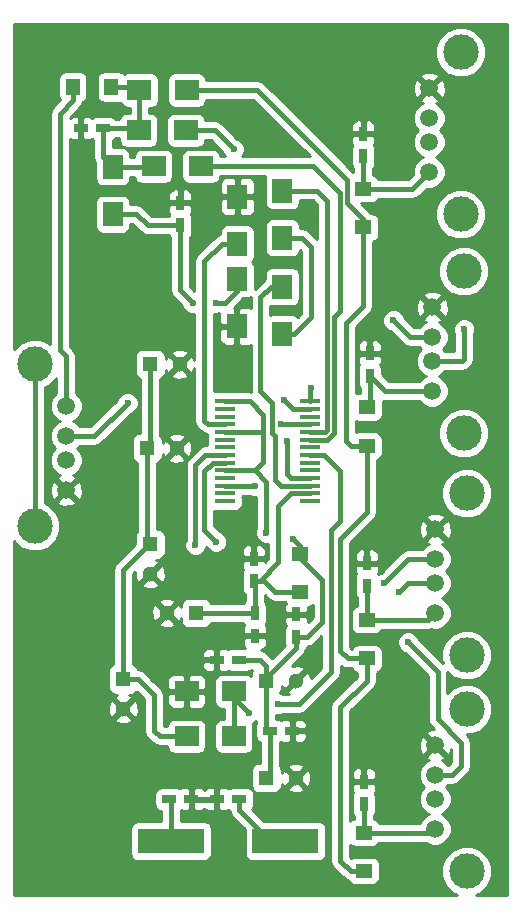
<source format=gbr>
G04 #@! TF.FileFunction,Copper,L1,Top,Signal*
%FSLAX46Y46*%
G04 Gerber Fmt 4.6, Leading zero omitted, Abs format (unit mm)*
G04 Created by KiCad (PCBNEW 4.0.1-stable) date 11/24/2016 4:12:16 PM*
%MOMM*%
G01*
G04 APERTURE LIST*
%ADD10C,0.100000*%
%ADD11R,0.750000X1.200000*%
%ADD12R,1.300000X1.300000*%
%ADD13C,1.300000*%
%ADD14R,1.200000X0.750000*%
%ADD15R,1.150620X1.399540*%
%ADD16R,1.399540X1.150620*%
%ADD17R,2.000000X1.700000*%
%ADD18R,1.700000X2.000000*%
%ADD19R,1.750000X0.450000*%
%ADD20R,5.600700X2.100580*%
%ADD21C,1.501140*%
%ADD22C,2.999740*%
%ADD23C,0.600000*%
%ADD24C,0.400000*%
%ADD25C,0.500000*%
%ADD26C,0.254000*%
G04 APERTURE END LIST*
D10*
D11*
X150037800Y-100025240D03*
X150037800Y-98125240D03*
D12*
X137668000Y-92202000D03*
D13*
X137668000Y-94702000D03*
D11*
X156000000Y-95700000D03*
X156000000Y-93800000D03*
D12*
X137414000Y-84074000D03*
D13*
X139914000Y-84074000D03*
D11*
X155702000Y-59370000D03*
X155702000Y-57470000D03*
D12*
X135382000Y-103632000D03*
D13*
X135382000Y-106132000D03*
D12*
X137668000Y-76962000D03*
D13*
X140168000Y-76962000D03*
D14*
X133700000Y-57000000D03*
X131800000Y-57000000D03*
D12*
X141569440Y-98023680D03*
D13*
X139069440Y-98023680D03*
D11*
X146420840Y-95326240D03*
X146420840Y-93426240D03*
D14*
X147800000Y-108000000D03*
X149700000Y-108000000D03*
D12*
X147500000Y-112000000D03*
D13*
X150000000Y-112000000D03*
D12*
X147500000Y-103750000D03*
D13*
X150000000Y-103750000D03*
D14*
X145200000Y-102000000D03*
X143300000Y-102000000D03*
D11*
X146517360Y-98069360D03*
X146517360Y-99969360D03*
D14*
X145222000Y-113792000D03*
X143322000Y-113792000D03*
X139258000Y-113792000D03*
X141158000Y-113792000D03*
D11*
X140208000Y-65212000D03*
X140208000Y-63312000D03*
D15*
X131124400Y-53500000D03*
X134375600Y-53500000D03*
D16*
X150373080Y-93009720D03*
X150373080Y-96260920D03*
D17*
X144748000Y-108458000D03*
X140748000Y-108458000D03*
X144748000Y-104648000D03*
X140748000Y-104648000D03*
D18*
X145034000Y-62770000D03*
X145034000Y-66770000D03*
X145000000Y-73750000D03*
X145000000Y-69750000D03*
X148844000Y-66262000D03*
X148844000Y-62262000D03*
D17*
X137954000Y-60198000D03*
X141954000Y-60198000D03*
X136684000Y-57150000D03*
X140684000Y-57150000D03*
D18*
X148844000Y-74390000D03*
X148844000Y-70390000D03*
X134500000Y-64250000D03*
X134500000Y-60250000D03*
D19*
X143974000Y-80103000D03*
X143974000Y-80753000D03*
X143974000Y-81403000D03*
X143974000Y-82053000D03*
X143974000Y-82703000D03*
X143974000Y-83353000D03*
X143974000Y-84003000D03*
X143974000Y-84653000D03*
X143974000Y-85303000D03*
X143974000Y-85953000D03*
X143974000Y-86603000D03*
X143974000Y-87253000D03*
X143974000Y-87903000D03*
X143974000Y-88553000D03*
X151174000Y-88553000D03*
X151174000Y-87903000D03*
X151174000Y-87253000D03*
X151174000Y-86603000D03*
X151174000Y-85953000D03*
X151174000Y-85303000D03*
X151174000Y-84653000D03*
X151174000Y-84003000D03*
X151174000Y-83353000D03*
X151174000Y-82703000D03*
X151174000Y-82053000D03*
X151174000Y-81403000D03*
X151174000Y-80753000D03*
X151174000Y-80103000D03*
D20*
X149120860Y-117348000D03*
X139423140Y-117348000D03*
D17*
X136750000Y-53750000D03*
X140750000Y-53750000D03*
D16*
X155750000Y-119875600D03*
X155750000Y-116624400D03*
D11*
X155750000Y-114200000D03*
X155750000Y-112300000D03*
X156250000Y-77950000D03*
X156250000Y-76050000D03*
D16*
X156000000Y-101875600D03*
X156000000Y-98624400D03*
X156000000Y-83875600D03*
X156000000Y-80624400D03*
D21*
X161541880Y-72135140D03*
X161541880Y-74675140D03*
X161541880Y-76707140D03*
X161541880Y-79247140D03*
D22*
X164208880Y-69087140D03*
X164208880Y-82803140D03*
D21*
X161287880Y-53593140D03*
X161287880Y-56133140D03*
X161287880Y-58165140D03*
X161287880Y-60705140D03*
D22*
X163954880Y-50545140D03*
X163954880Y-64261140D03*
D21*
X161795880Y-90931140D03*
X161795880Y-93471140D03*
X161795880Y-95503140D03*
X161795880Y-98043140D03*
D22*
X164462880Y-87883140D03*
X164462880Y-101599140D03*
D21*
X161795880Y-109219140D03*
X161795880Y-111759140D03*
X161795880Y-113791140D03*
X161795880Y-116331140D03*
D22*
X164462880Y-106171140D03*
X164462880Y-119887140D03*
D21*
X130558120Y-87630860D03*
X130558120Y-85090860D03*
X130558120Y-83058860D03*
X130558120Y-80518860D03*
D22*
X127891120Y-90678860D03*
X127891120Y-76962860D03*
D16*
X155702000Y-65379600D03*
X155702000Y-62128400D03*
D23*
X149750000Y-91750000D03*
X147500000Y-91250000D03*
X143250000Y-71750000D03*
X141250000Y-71750000D03*
X164250000Y-74000000D03*
X149000000Y-80000000D03*
X158250000Y-73250000D03*
X151250000Y-79000000D03*
X158750000Y-96250000D03*
X141500000Y-92250000D03*
X157500000Y-95500000D03*
X143250000Y-92000000D03*
X159500000Y-100500000D03*
X146500000Y-87250000D03*
X135750000Y-80250000D03*
X148750000Y-82000000D03*
X146000000Y-106500000D03*
X148500000Y-105750000D03*
X144750000Y-58750000D03*
X149250000Y-83500000D03*
D24*
X140750000Y-53750000D02*
X146750000Y-53750000D01*
X155702000Y-64702000D02*
X155702000Y-65379600D01*
X154350002Y-63350002D02*
X155702000Y-64702000D01*
X154350002Y-61350002D02*
X154350002Y-63350002D01*
X146750000Y-53750000D02*
X154350002Y-61350002D01*
X137414000Y-84074000D02*
X137414000Y-91948000D01*
X137414000Y-91948000D02*
X137668000Y-92202000D01*
X137668000Y-76962000D02*
X137668000Y-83820000D01*
X137668000Y-83820000D02*
X137414000Y-84074000D01*
X135382000Y-103632000D02*
X136632000Y-103632000D01*
X138458000Y-108458000D02*
X140748000Y-108458000D01*
X138000000Y-108000000D02*
X138458000Y-108458000D01*
X138000000Y-105000000D02*
X138000000Y-108000000D01*
X136632000Y-103632000D02*
X138000000Y-105000000D01*
X137668000Y-92202000D02*
X137548000Y-92202000D01*
X137548000Y-92202000D02*
X135382000Y-94368000D01*
X135382000Y-94368000D02*
X135382000Y-103632000D01*
X156000000Y-101875600D02*
X156000000Y-103750000D01*
X154625600Y-119875600D02*
X155750000Y-119875600D01*
X153750000Y-119000000D02*
X154625600Y-119875600D01*
X153750000Y-106000000D02*
X153750000Y-119000000D01*
X156000000Y-103750000D02*
X153750000Y-106000000D01*
X156000000Y-83875600D02*
X156000000Y-89500000D01*
X154375600Y-101875600D02*
X156000000Y-101875600D01*
X153750000Y-101250000D02*
X154375600Y-101875600D01*
X153750000Y-91750000D02*
X153750000Y-101250000D01*
X156000000Y-89500000D02*
X153750000Y-91750000D01*
X155702000Y-65379600D02*
X155702000Y-72048000D01*
X154625600Y-83875600D02*
X156000000Y-83875600D01*
X154250000Y-83500000D02*
X154625600Y-83875600D01*
X154250000Y-73500000D02*
X154250000Y-83500000D01*
X155702000Y-72048000D02*
X154250000Y-73500000D01*
X156000000Y-98624400D02*
X161214620Y-98624400D01*
X161214620Y-98624400D02*
X161795880Y-98043140D01*
X156000000Y-98624400D02*
X156000000Y-95700000D01*
X155702000Y-62128400D02*
X159864620Y-62128400D01*
X159864620Y-62128400D02*
X161287880Y-60705140D01*
X155702000Y-59370000D02*
X155702000Y-62128400D01*
X136750000Y-53750000D02*
X136750000Y-57084000D01*
X136750000Y-57084000D02*
X136684000Y-57150000D01*
X134500000Y-60250000D02*
X137902000Y-60250000D01*
X137902000Y-60250000D02*
X137954000Y-60198000D01*
X133700000Y-57000000D02*
X133700000Y-59450000D01*
X133700000Y-59450000D02*
X134500000Y-60250000D01*
X133700000Y-57000000D02*
X136534000Y-57000000D01*
X136534000Y-57000000D02*
X136684000Y-57150000D01*
X134375600Y-53500000D02*
X136500000Y-53500000D01*
X136500000Y-53500000D02*
X136750000Y-53750000D01*
X148844000Y-74390000D02*
X149860000Y-74390000D01*
X150512000Y-66262000D02*
X148844000Y-66262000D01*
X151250000Y-67000000D02*
X150512000Y-66262000D01*
X151250000Y-73000000D02*
X151250000Y-67000000D01*
X149860000Y-74390000D02*
X151250000Y-73000000D01*
X146420840Y-95326240D02*
X146923760Y-95326240D01*
X149597000Y-87903000D02*
X151174000Y-87903000D01*
X148500000Y-89000000D02*
X149597000Y-87903000D01*
X148500000Y-93750000D02*
X148500000Y-89000000D01*
X146923760Y-95326240D02*
X148500000Y-93750000D01*
X146420840Y-95326240D02*
X147326240Y-95326240D01*
X148260920Y-96260920D02*
X150373080Y-96260920D01*
X147326240Y-95326240D02*
X148260920Y-96260920D01*
X146517360Y-98069360D02*
X146517360Y-95422760D01*
X146517360Y-95422760D02*
X146420840Y-95326240D01*
X141569440Y-98023680D02*
X146471680Y-98023680D01*
X146471680Y-98023680D02*
X146517360Y-98069360D01*
X146471680Y-98023680D02*
X146517360Y-98069360D01*
D25*
X146420840Y-97972840D02*
X146517360Y-98069360D01*
X146471680Y-98023680D02*
X146517360Y-98069360D01*
D24*
X143974000Y-85953000D02*
X146547000Y-85953000D01*
X146547000Y-85953000D02*
X147500000Y-86906000D01*
X150373080Y-92373080D02*
X150373080Y-93009720D01*
X149750000Y-91750000D02*
X150373080Y-92373080D01*
X147500000Y-86906000D02*
X147500000Y-91250000D01*
X143974000Y-82703000D02*
X147250000Y-82703000D01*
X147250000Y-82703000D02*
X147250000Y-82750000D01*
X143974000Y-80103000D02*
X146103000Y-80103000D01*
X147250000Y-85250000D02*
X146547000Y-85953000D01*
X147250000Y-81250000D02*
X147250000Y-82750000D01*
X147250000Y-82750000D02*
X147250000Y-85250000D01*
X146103000Y-80103000D02*
X147250000Y-81250000D01*
X150373080Y-93009720D02*
X150373080Y-93373080D01*
X150373080Y-93373080D02*
X152250000Y-95250000D01*
X152250000Y-95250000D02*
X152250000Y-98750000D01*
X152250000Y-98750000D02*
X150974760Y-100025240D01*
X150974760Y-100025240D02*
X150037800Y-100025240D01*
X147500000Y-103750000D02*
X147500000Y-103500000D01*
X147500000Y-103500000D02*
X150037800Y-100962200D01*
X150037800Y-100962200D02*
X150037800Y-100025240D01*
X147800000Y-108000000D02*
X147800000Y-111700000D01*
X147800000Y-111700000D02*
X147500000Y-112000000D01*
X147500000Y-103750000D02*
X147500000Y-107700000D01*
X147500000Y-107700000D02*
X147800000Y-108000000D01*
X145200000Y-102000000D02*
X147000000Y-102000000D01*
X147500000Y-102500000D02*
X147500000Y-103750000D01*
X147000000Y-102000000D02*
X147500000Y-102500000D01*
X149120860Y-117348000D02*
X147848000Y-117348000D01*
X147848000Y-117348000D02*
X145222000Y-114722000D01*
X145222000Y-114722000D02*
X145222000Y-113792000D01*
X139423140Y-117348000D02*
X139423140Y-113957140D01*
X139423140Y-113957140D02*
X139258000Y-113792000D01*
X145000000Y-69750000D02*
X145000000Y-70750000D01*
X145000000Y-70750000D02*
X144000000Y-71750000D01*
X144000000Y-71750000D02*
X143250000Y-71750000D01*
X141250000Y-71750000D02*
X140208000Y-70708000D01*
X140208000Y-70708000D02*
X140208000Y-65212000D01*
X134500000Y-64250000D02*
X136500000Y-64250000D01*
X137462000Y-65212000D02*
X140208000Y-65212000D01*
X136500000Y-64250000D02*
X137462000Y-65212000D01*
X131124400Y-53500000D02*
X131124400Y-54625600D01*
X130558120Y-76308120D02*
X130558120Y-80518860D01*
X130000000Y-75750000D02*
X130558120Y-76308120D01*
X130000000Y-55750000D02*
X130000000Y-75750000D01*
X131124400Y-54625600D02*
X130000000Y-55750000D01*
X151174000Y-80753000D02*
X149753000Y-80753000D01*
X164042860Y-76707140D02*
X161541880Y-76707140D01*
X164250000Y-76500000D02*
X164042860Y-76707140D01*
X164250000Y-74000000D02*
X164250000Y-76500000D01*
X149753000Y-80753000D02*
X149000000Y-80000000D01*
X151174000Y-80103000D02*
X151174000Y-79076000D01*
X159675140Y-74675140D02*
X161541880Y-74675140D01*
X158250000Y-73250000D02*
X159675140Y-74675140D01*
X151174000Y-79076000D02*
X151250000Y-79000000D01*
X143974000Y-84653000D02*
X142347000Y-84653000D01*
X159496860Y-95503140D02*
X161795880Y-95503140D01*
X158750000Y-96250000D02*
X159496860Y-95503140D01*
X141500000Y-85500000D02*
X141500000Y-92250000D01*
X142347000Y-84653000D02*
X141500000Y-85500000D01*
X143974000Y-85303000D02*
X142947000Y-85303000D01*
X159528860Y-93471140D02*
X161795880Y-93471140D01*
X157500000Y-95500000D02*
X159528860Y-93471140D01*
X142250000Y-91000000D02*
X143250000Y-92000000D01*
X142250000Y-86000000D02*
X142250000Y-91000000D01*
X142947000Y-85303000D02*
X142250000Y-86000000D01*
X143974000Y-87253000D02*
X146497000Y-87253000D01*
X163240860Y-111759140D02*
X161795880Y-111759140D01*
X164000000Y-111000000D02*
X163240860Y-111759140D01*
X164000000Y-109000000D02*
X164000000Y-111000000D01*
X162000000Y-107000000D02*
X164000000Y-109000000D01*
X162000000Y-103000000D02*
X162000000Y-107000000D01*
X159500000Y-100500000D02*
X162000000Y-103000000D01*
X146497000Y-87253000D02*
X146500000Y-87250000D01*
X151174000Y-82053000D02*
X148803000Y-82053000D01*
X132941140Y-83058860D02*
X130558120Y-83058860D01*
X135750000Y-80250000D02*
X132941140Y-83058860D01*
X148803000Y-82053000D02*
X148750000Y-82000000D01*
X127891120Y-76962860D02*
X127891120Y-90678860D01*
X151174000Y-84653000D02*
X152403000Y-84653000D01*
X146000000Y-106500000D02*
X144748000Y-105248000D01*
X150250000Y-105750000D02*
X148500000Y-105750000D01*
X153000000Y-103000000D02*
X150250000Y-105750000D01*
X153000000Y-91000000D02*
X153000000Y-103000000D01*
X153750000Y-90250000D02*
X153000000Y-91000000D01*
X153750000Y-86000000D02*
X153750000Y-90250000D01*
X152403000Y-84653000D02*
X153750000Y-86000000D01*
X144748000Y-105248000D02*
X144748000Y-104648000D01*
X144748000Y-104648000D02*
X144748000Y-108458000D01*
X145034000Y-66770000D02*
X143730000Y-66770000D01*
X142553000Y-82053000D02*
X143974000Y-82053000D01*
X142250000Y-81750000D02*
X142553000Y-82053000D01*
X142250000Y-68250000D02*
X142250000Y-81750000D01*
X143730000Y-66770000D02*
X142250000Y-68250000D01*
X151174000Y-82703000D02*
X152448470Y-82703000D01*
X151762000Y-62262000D02*
X148844000Y-62262000D01*
X152649998Y-63149998D02*
X151762000Y-62262000D01*
X152649998Y-82501472D02*
X152649998Y-63149998D01*
X152448470Y-82703000D02*
X152649998Y-82501472D01*
X141954000Y-60198000D02*
X151448000Y-60198000D01*
X152647000Y-83353000D02*
X151174000Y-83353000D01*
X153250000Y-82750000D02*
X152647000Y-83353000D01*
X153250000Y-73000000D02*
X153250000Y-82750000D01*
X153750000Y-72500000D02*
X153250000Y-73000000D01*
X153750000Y-62500000D02*
X153750000Y-72500000D01*
X151448000Y-60198000D02*
X153750000Y-62500000D01*
X151174000Y-86603000D02*
X149603000Y-86603000D01*
X143150000Y-57150000D02*
X140684000Y-57150000D01*
X144750000Y-58750000D02*
X143150000Y-57150000D01*
X149250000Y-86250000D02*
X149250000Y-83500000D01*
X149603000Y-86603000D02*
X149250000Y-86250000D01*
X151174000Y-87253000D02*
X148753000Y-87253000D01*
X147860000Y-70390000D02*
X148844000Y-70390000D01*
X147000000Y-71250000D02*
X147860000Y-70390000D01*
X147000000Y-79250000D02*
X147000000Y-71250000D01*
X148000000Y-80250000D02*
X147000000Y-79250000D01*
X148000000Y-82750000D02*
X148000000Y-80250000D01*
X148250000Y-83000000D02*
X148000000Y-82750000D01*
X148250000Y-86750000D02*
X148250000Y-83000000D01*
X148753000Y-87253000D02*
X148250000Y-86750000D01*
X155750000Y-114200000D02*
X155750000Y-116624400D01*
X155750000Y-116624400D02*
X161502620Y-116624400D01*
X161502620Y-116624400D02*
X161795880Y-116331140D01*
X156250000Y-77950000D02*
X156250000Y-80374400D01*
X156250000Y-80374400D02*
X156000000Y-80624400D01*
X161541880Y-79247140D02*
X157547140Y-79247140D01*
X157547140Y-79247140D02*
X156250000Y-77950000D01*
D26*
G36*
X167873000Y-121873000D02*
X165247196Y-121873000D01*
X165670607Y-121698050D01*
X166271680Y-121098026D01*
X166597379Y-120313655D01*
X166598120Y-119464351D01*
X166273790Y-118679413D01*
X165673766Y-118078340D01*
X164889395Y-117752641D01*
X164040091Y-117751900D01*
X163255153Y-118076230D01*
X162654080Y-118676254D01*
X162328381Y-119460625D01*
X162327640Y-120309929D01*
X162651970Y-121094867D01*
X163251994Y-121695940D01*
X163678402Y-121873000D01*
X126127000Y-121873000D01*
X126127000Y-116297710D01*
X135975350Y-116297710D01*
X135975350Y-118398290D01*
X136019628Y-118633607D01*
X136158700Y-118849731D01*
X136370900Y-118994721D01*
X136622790Y-119045730D01*
X142223490Y-119045730D01*
X142458807Y-119001452D01*
X142674931Y-118862380D01*
X142819921Y-118650180D01*
X142870930Y-118398290D01*
X142870930Y-116297710D01*
X142826652Y-116062393D01*
X142687580Y-115846269D01*
X142475380Y-115701279D01*
X142223490Y-115650270D01*
X140258140Y-115650270D01*
X140258140Y-114730113D01*
X140431691Y-114802000D01*
X140872250Y-114802000D01*
X141031000Y-114643250D01*
X141031000Y-113919000D01*
X141285000Y-113919000D01*
X141285000Y-114643250D01*
X141443750Y-114802000D01*
X141884309Y-114802000D01*
X142117698Y-114705327D01*
X142240000Y-114583026D01*
X142362302Y-114705327D01*
X142595691Y-114802000D01*
X143036250Y-114802000D01*
X143195000Y-114643250D01*
X143195000Y-113919000D01*
X142245750Y-113919000D01*
X142240000Y-113924750D01*
X142234250Y-113919000D01*
X141285000Y-113919000D01*
X141031000Y-113919000D01*
X141011000Y-113919000D01*
X141011000Y-113665000D01*
X141031000Y-113665000D01*
X141031000Y-112940750D01*
X141285000Y-112940750D01*
X141285000Y-113665000D01*
X142234250Y-113665000D01*
X142240000Y-113659250D01*
X142245750Y-113665000D01*
X143195000Y-113665000D01*
X143195000Y-112940750D01*
X143449000Y-112940750D01*
X143449000Y-113665000D01*
X143469000Y-113665000D01*
X143469000Y-113919000D01*
X143449000Y-113919000D01*
X143449000Y-114643250D01*
X143607750Y-114802000D01*
X144048309Y-114802000D01*
X144281698Y-114705327D01*
X144283068Y-114703957D01*
X144370110Y-114763431D01*
X144396296Y-114768734D01*
X144450561Y-115041541D01*
X144590812Y-115251441D01*
X144631566Y-115312434D01*
X145673070Y-116353938D01*
X145673070Y-118398290D01*
X145717348Y-118633607D01*
X145856420Y-118849731D01*
X146068620Y-118994721D01*
X146320510Y-119045730D01*
X151921210Y-119045730D01*
X152156527Y-119001452D01*
X152372651Y-118862380D01*
X152517641Y-118650180D01*
X152568650Y-118398290D01*
X152568650Y-116297710D01*
X152524372Y-116062393D01*
X152385300Y-115846269D01*
X152173100Y-115701279D01*
X151921210Y-115650270D01*
X147331138Y-115650270D01*
X146289076Y-114608208D01*
X146418431Y-114418890D01*
X146469440Y-114167000D01*
X146469440Y-113417000D01*
X146425162Y-113181683D01*
X146286090Y-112965559D01*
X146073890Y-112820569D01*
X145822000Y-112769560D01*
X144622000Y-112769560D01*
X144386683Y-112813838D01*
X144283354Y-112880329D01*
X144281698Y-112878673D01*
X144048309Y-112782000D01*
X143607750Y-112782000D01*
X143449000Y-112940750D01*
X143195000Y-112940750D01*
X143036250Y-112782000D01*
X142595691Y-112782000D01*
X142362302Y-112878673D01*
X142240000Y-113000974D01*
X142117698Y-112878673D01*
X141884309Y-112782000D01*
X141443750Y-112782000D01*
X141285000Y-112940750D01*
X141031000Y-112940750D01*
X140872250Y-112782000D01*
X140431691Y-112782000D01*
X140198302Y-112878673D01*
X140196932Y-112880043D01*
X140109890Y-112820569D01*
X139858000Y-112769560D01*
X138658000Y-112769560D01*
X138422683Y-112813838D01*
X138206559Y-112952910D01*
X138061569Y-113165110D01*
X138010560Y-113417000D01*
X138010560Y-114167000D01*
X138054838Y-114402317D01*
X138193910Y-114618441D01*
X138406110Y-114763431D01*
X138588140Y-114800293D01*
X138588140Y-115650270D01*
X136622790Y-115650270D01*
X136387473Y-115694548D01*
X136171349Y-115833620D01*
X136026359Y-116045820D01*
X135975350Y-116297710D01*
X126127000Y-116297710D01*
X126127000Y-107031016D01*
X134662590Y-107031016D01*
X134718271Y-107261611D01*
X135201078Y-107429622D01*
X135711428Y-107400083D01*
X136045729Y-107261611D01*
X136101410Y-107031016D01*
X135382000Y-106311605D01*
X134662590Y-107031016D01*
X126127000Y-107031016D01*
X126127000Y-105951078D01*
X134084378Y-105951078D01*
X134113917Y-106461428D01*
X134252389Y-106795729D01*
X134482984Y-106851410D01*
X135202395Y-106132000D01*
X135561605Y-106132000D01*
X136281016Y-106851410D01*
X136511611Y-106795729D01*
X136679622Y-106312922D01*
X136650083Y-105802572D01*
X136511611Y-105468271D01*
X136281016Y-105412590D01*
X135561605Y-106132000D01*
X135202395Y-106132000D01*
X134482984Y-105412590D01*
X134252389Y-105468271D01*
X134084378Y-105951078D01*
X126127000Y-105951078D01*
X126127000Y-102982000D01*
X134084560Y-102982000D01*
X134084560Y-104282000D01*
X134128838Y-104517317D01*
X134267910Y-104733441D01*
X134480110Y-104878431D01*
X134732000Y-104929440D01*
X134894385Y-104929440D01*
X134718271Y-105002389D01*
X134662590Y-105232984D01*
X135382000Y-105952395D01*
X136101410Y-105232984D01*
X136045729Y-105002389D01*
X135836098Y-104929440D01*
X136032000Y-104929440D01*
X136267317Y-104885162D01*
X136483441Y-104746090D01*
X136516637Y-104697505D01*
X137165000Y-105345868D01*
X137165000Y-108000000D01*
X137228561Y-108319541D01*
X137350015Y-108501310D01*
X137409566Y-108590434D01*
X137867566Y-109048434D01*
X138138459Y-109229439D01*
X138458000Y-109293000D01*
X139100560Y-109293000D01*
X139100560Y-109308000D01*
X139144838Y-109543317D01*
X139283910Y-109759441D01*
X139496110Y-109904431D01*
X139748000Y-109955440D01*
X141748000Y-109955440D01*
X141983317Y-109911162D01*
X142199441Y-109772090D01*
X142344431Y-109559890D01*
X142395440Y-109308000D01*
X142395440Y-107608000D01*
X142351162Y-107372683D01*
X142212090Y-107156559D01*
X141999890Y-107011569D01*
X141748000Y-106960560D01*
X139748000Y-106960560D01*
X139512683Y-107004838D01*
X139296559Y-107143910D01*
X139151569Y-107356110D01*
X139100560Y-107608000D01*
X139100560Y-107623000D01*
X138835000Y-107623000D01*
X138835000Y-105000000D01*
X138821822Y-104933750D01*
X139113000Y-104933750D01*
X139113000Y-105624310D01*
X139209673Y-105857699D01*
X139388302Y-106036327D01*
X139621691Y-106133000D01*
X140462250Y-106133000D01*
X140621000Y-105974250D01*
X140621000Y-104775000D01*
X140875000Y-104775000D01*
X140875000Y-105974250D01*
X141033750Y-106133000D01*
X141874309Y-106133000D01*
X142107698Y-106036327D01*
X142286327Y-105857699D01*
X142383000Y-105624310D01*
X142383000Y-104933750D01*
X142224250Y-104775000D01*
X140875000Y-104775000D01*
X140621000Y-104775000D01*
X139271750Y-104775000D01*
X139113000Y-104933750D01*
X138821822Y-104933750D01*
X138771439Y-104680459D01*
X138590434Y-104409566D01*
X137852558Y-103671690D01*
X139113000Y-103671690D01*
X139113000Y-104362250D01*
X139271750Y-104521000D01*
X140621000Y-104521000D01*
X140621000Y-103321750D01*
X140875000Y-103321750D01*
X140875000Y-104521000D01*
X142224250Y-104521000D01*
X142383000Y-104362250D01*
X142383000Y-103671690D01*
X142286327Y-103438301D01*
X142107698Y-103259673D01*
X141874309Y-103163000D01*
X141033750Y-103163000D01*
X140875000Y-103321750D01*
X140621000Y-103321750D01*
X140462250Y-103163000D01*
X139621691Y-103163000D01*
X139388302Y-103259673D01*
X139209673Y-103438301D01*
X139113000Y-103671690D01*
X137852558Y-103671690D01*
X137222434Y-103041566D01*
X137127543Y-102978162D01*
X136951541Y-102860561D01*
X136645121Y-102799610D01*
X136635162Y-102746683D01*
X136496090Y-102530559D01*
X136283890Y-102385569D01*
X136217000Y-102372023D01*
X136217000Y-102285750D01*
X142065000Y-102285750D01*
X142065000Y-102501310D01*
X142161673Y-102734699D01*
X142340302Y-102913327D01*
X142573691Y-103010000D01*
X143014250Y-103010000D01*
X143173000Y-102851250D01*
X143173000Y-102127000D01*
X142223750Y-102127000D01*
X142065000Y-102285750D01*
X136217000Y-102285750D01*
X136217000Y-101498690D01*
X142065000Y-101498690D01*
X142065000Y-101714250D01*
X142223750Y-101873000D01*
X143173000Y-101873000D01*
X143173000Y-101148750D01*
X143014250Y-100990000D01*
X142573691Y-100990000D01*
X142340302Y-101086673D01*
X142161673Y-101265301D01*
X142065000Y-101498690D01*
X136217000Y-101498690D01*
X136217000Y-98922696D01*
X138350030Y-98922696D01*
X138405711Y-99153291D01*
X138888518Y-99321302D01*
X139398868Y-99291763D01*
X139733169Y-99153291D01*
X139788850Y-98922696D01*
X139069440Y-98203285D01*
X138350030Y-98922696D01*
X136217000Y-98922696D01*
X136217000Y-97842758D01*
X137771818Y-97842758D01*
X137801357Y-98353108D01*
X137939829Y-98687409D01*
X138170424Y-98743090D01*
X138889835Y-98023680D01*
X138170424Y-97304270D01*
X137939829Y-97359951D01*
X137771818Y-97842758D01*
X136217000Y-97842758D01*
X136217000Y-97124664D01*
X138350030Y-97124664D01*
X139069440Y-97844075D01*
X139788850Y-97124664D01*
X139733169Y-96894069D01*
X139250362Y-96726058D01*
X138740012Y-96755597D01*
X138405711Y-96894069D01*
X138350030Y-97124664D01*
X136217000Y-97124664D01*
X136217000Y-95601016D01*
X136948590Y-95601016D01*
X137004271Y-95831611D01*
X137487078Y-95999622D01*
X137997428Y-95970083D01*
X138331729Y-95831611D01*
X138387410Y-95601016D01*
X137668000Y-94881605D01*
X136948590Y-95601016D01*
X136217000Y-95601016D01*
X136217000Y-94713868D01*
X136372534Y-94558334D01*
X136399917Y-95031428D01*
X136538389Y-95365729D01*
X136768984Y-95421410D01*
X137488395Y-94702000D01*
X137847605Y-94702000D01*
X138567016Y-95421410D01*
X138797611Y-95365729D01*
X138965622Y-94882922D01*
X138936083Y-94372572D01*
X138797611Y-94038271D01*
X138567016Y-93982590D01*
X137847605Y-94702000D01*
X137488395Y-94702000D01*
X137474252Y-94687858D01*
X137653858Y-94508252D01*
X137668000Y-94522395D01*
X138387410Y-93802984D01*
X138331729Y-93572389D01*
X138122098Y-93499440D01*
X138318000Y-93499440D01*
X138553317Y-93455162D01*
X138769441Y-93316090D01*
X138914431Y-93103890D01*
X138965440Y-92852000D01*
X138965440Y-91552000D01*
X138921162Y-91316683D01*
X138782090Y-91100559D01*
X138569890Y-90955569D01*
X138318000Y-90904560D01*
X138249000Y-90904560D01*
X138249000Y-85336630D01*
X138299317Y-85327162D01*
X138515441Y-85188090D01*
X138660431Y-84975890D01*
X138661012Y-84973016D01*
X139194590Y-84973016D01*
X139250271Y-85203611D01*
X139733078Y-85371622D01*
X140243428Y-85342083D01*
X140577729Y-85203611D01*
X140633410Y-84973016D01*
X139914000Y-84253605D01*
X139194590Y-84973016D01*
X138661012Y-84973016D01*
X138711440Y-84724000D01*
X138711440Y-84561615D01*
X138784389Y-84737729D01*
X139014984Y-84793410D01*
X139734395Y-84074000D01*
X140093605Y-84074000D01*
X140813016Y-84793410D01*
X141043611Y-84737729D01*
X141211622Y-84254922D01*
X141182083Y-83744572D01*
X141043611Y-83410271D01*
X140813016Y-83354590D01*
X140093605Y-84074000D01*
X139734395Y-84074000D01*
X139014984Y-83354590D01*
X138784389Y-83410271D01*
X138711440Y-83619902D01*
X138711440Y-83424000D01*
X138667162Y-83188683D01*
X138658347Y-83174984D01*
X139194590Y-83174984D01*
X139914000Y-83894395D01*
X140633410Y-83174984D01*
X140577729Y-82944389D01*
X140094922Y-82776378D01*
X139584572Y-82805917D01*
X139250271Y-82944389D01*
X139194590Y-83174984D01*
X138658347Y-83174984D01*
X138528090Y-82972559D01*
X138503000Y-82955416D01*
X138503000Y-78224630D01*
X138553317Y-78215162D01*
X138769441Y-78076090D01*
X138914431Y-77863890D01*
X138915012Y-77861016D01*
X139448590Y-77861016D01*
X139504271Y-78091611D01*
X139987078Y-78259622D01*
X140497428Y-78230083D01*
X140831729Y-78091611D01*
X140887410Y-77861016D01*
X140168000Y-77141605D01*
X139448590Y-77861016D01*
X138915012Y-77861016D01*
X138965440Y-77612000D01*
X138965440Y-77449615D01*
X139038389Y-77625729D01*
X139268984Y-77681410D01*
X139988395Y-76962000D01*
X139268984Y-76242590D01*
X139038389Y-76298271D01*
X138965440Y-76507902D01*
X138965440Y-76312000D01*
X138921162Y-76076683D01*
X138912347Y-76062984D01*
X139448590Y-76062984D01*
X140168000Y-76782395D01*
X140887410Y-76062984D01*
X140831729Y-75832389D01*
X140348922Y-75664378D01*
X139838572Y-75693917D01*
X139504271Y-75832389D01*
X139448590Y-76062984D01*
X138912347Y-76062984D01*
X138782090Y-75860559D01*
X138569890Y-75715569D01*
X138318000Y-75664560D01*
X137018000Y-75664560D01*
X136782683Y-75708838D01*
X136566559Y-75847910D01*
X136421569Y-76060110D01*
X136370560Y-76312000D01*
X136370560Y-77612000D01*
X136414838Y-77847317D01*
X136553910Y-78063441D01*
X136766110Y-78208431D01*
X136833000Y-78221977D01*
X136833000Y-82776560D01*
X136764000Y-82776560D01*
X136528683Y-82820838D01*
X136312559Y-82959910D01*
X136167569Y-83172110D01*
X136116560Y-83424000D01*
X136116560Y-84724000D01*
X136160838Y-84959317D01*
X136299910Y-85175441D01*
X136512110Y-85320431D01*
X136579000Y-85333977D01*
X136579000Y-91079904D01*
X136566559Y-91087910D01*
X136421569Y-91300110D01*
X136370560Y-91552000D01*
X136370560Y-92198572D01*
X134791566Y-93777566D01*
X134610561Y-94048459D01*
X134547000Y-94368000D01*
X134547000Y-102369370D01*
X134496683Y-102378838D01*
X134280559Y-102517910D01*
X134135569Y-102730110D01*
X134084560Y-102982000D01*
X126127000Y-102982000D01*
X126127000Y-91933459D01*
X126680234Y-92487660D01*
X127464605Y-92813359D01*
X128313909Y-92814100D01*
X129098847Y-92489770D01*
X129699920Y-91889746D01*
X130025619Y-91105375D01*
X130026360Y-90256071D01*
X129702030Y-89471133D01*
X129102006Y-88870060D01*
X128726120Y-88713979D01*
X128726120Y-88602790D01*
X129765795Y-88602790D01*
X129833855Y-88843791D01*
X130353154Y-89028627D01*
X130903658Y-89000665D01*
X131282385Y-88843791D01*
X131350445Y-88602790D01*
X130558120Y-87810465D01*
X129765795Y-88602790D01*
X128726120Y-88602790D01*
X128726120Y-87425894D01*
X129160353Y-87425894D01*
X129188315Y-87976398D01*
X129345189Y-88355125D01*
X129586190Y-88423185D01*
X130378515Y-87630860D01*
X130737725Y-87630860D01*
X131530050Y-88423185D01*
X131771051Y-88355125D01*
X131955887Y-87835826D01*
X131927925Y-87285322D01*
X131771051Y-86906595D01*
X131530050Y-86838535D01*
X130737725Y-87630860D01*
X130378515Y-87630860D01*
X129586190Y-86838535D01*
X129345189Y-86906595D01*
X129160353Y-87425894D01*
X128726120Y-87425894D01*
X128726120Y-78927778D01*
X129098847Y-78773770D01*
X129699920Y-78173746D01*
X129723120Y-78117874D01*
X129723120Y-79394620D01*
X129384176Y-79732973D01*
X129172791Y-80242044D01*
X129172310Y-80793258D01*
X129382806Y-81302697D01*
X129772233Y-81692804D01*
X130003501Y-81788835D01*
X129774283Y-81883546D01*
X129384176Y-82272973D01*
X129172791Y-82782044D01*
X129172310Y-83333258D01*
X129382806Y-83842697D01*
X129614627Y-84074923D01*
X129384176Y-84304973D01*
X129172791Y-84814044D01*
X129172310Y-85365258D01*
X129382806Y-85874697D01*
X129772233Y-86264804D01*
X129987616Y-86354239D01*
X129833855Y-86417929D01*
X129765795Y-86658930D01*
X130558120Y-87451255D01*
X131350445Y-86658930D01*
X131282385Y-86417929D01*
X131117080Y-86359091D01*
X131341957Y-86266174D01*
X131732064Y-85876747D01*
X131943449Y-85367676D01*
X131943930Y-84816462D01*
X131733434Y-84307023D01*
X131501613Y-84074797D01*
X131682865Y-83893860D01*
X132941140Y-83893860D01*
X133260681Y-83830299D01*
X133531574Y-83649294D01*
X136038333Y-81142535D01*
X136278943Y-81043117D01*
X136542192Y-80780327D01*
X136684838Y-80436799D01*
X136685162Y-80064833D01*
X136543117Y-79721057D01*
X136280327Y-79457808D01*
X135936799Y-79315162D01*
X135564833Y-79314838D01*
X135221057Y-79456883D01*
X134957808Y-79719673D01*
X134857222Y-79961910D01*
X132595272Y-82223860D01*
X131682360Y-82223860D01*
X131344007Y-81884916D01*
X131112739Y-81788885D01*
X131341957Y-81694174D01*
X131732064Y-81304747D01*
X131943449Y-80795676D01*
X131943930Y-80244462D01*
X131733434Y-79735023D01*
X131393120Y-79394115D01*
X131393120Y-76308120D01*
X131329559Y-75988579D01*
X131148554Y-75717686D01*
X130835000Y-75404132D01*
X130835000Y-63250000D01*
X133002560Y-63250000D01*
X133002560Y-65250000D01*
X133046838Y-65485317D01*
X133185910Y-65701441D01*
X133398110Y-65846431D01*
X133650000Y-65897440D01*
X135350000Y-65897440D01*
X135585317Y-65853162D01*
X135801441Y-65714090D01*
X135946431Y-65501890D01*
X135997440Y-65250000D01*
X135997440Y-65085000D01*
X136154132Y-65085000D01*
X136871566Y-65802434D01*
X137142459Y-65983439D01*
X137462000Y-66047000D01*
X139229778Y-66047000D01*
X139229838Y-66047317D01*
X139368910Y-66263441D01*
X139373000Y-66266236D01*
X139373000Y-70708000D01*
X139436561Y-71027541D01*
X139602951Y-71276561D01*
X139617566Y-71298434D01*
X140357465Y-72038333D01*
X140456883Y-72278943D01*
X140719673Y-72542192D01*
X141063201Y-72684838D01*
X141415000Y-72685144D01*
X141415000Y-76581673D01*
X141297611Y-76298271D01*
X141067016Y-76242590D01*
X140347605Y-76962000D01*
X141067016Y-77681410D01*
X141297611Y-77625729D01*
X141415000Y-77288393D01*
X141415000Y-81750000D01*
X141478561Y-82069541D01*
X141617849Y-82278000D01*
X141659566Y-82340434D01*
X141962566Y-82643434D01*
X142233460Y-82824440D01*
X142451560Y-82867822D01*
X142451560Y-82928000D01*
X142471067Y-83031671D01*
X142451560Y-83128000D01*
X142451560Y-83578000D01*
X142471067Y-83681671D01*
X142451560Y-83778000D01*
X142451560Y-83818000D01*
X142347000Y-83818000D01*
X142027459Y-83881561D01*
X141756566Y-84062566D01*
X140909566Y-84909566D01*
X140728561Y-85180459D01*
X140665000Y-85500000D01*
X140665000Y-91822766D01*
X140565162Y-92063201D01*
X140564838Y-92435167D01*
X140706883Y-92778943D01*
X140969673Y-93042192D01*
X141313201Y-93184838D01*
X141685167Y-93185162D01*
X142028943Y-93043117D01*
X142292192Y-92780327D01*
X142426804Y-92456147D01*
X142456883Y-92528943D01*
X142719673Y-92792192D01*
X143063201Y-92934838D01*
X143435167Y-92935162D01*
X143778943Y-92793117D01*
X143872291Y-92699931D01*
X145410840Y-92699931D01*
X145410840Y-93140490D01*
X145569590Y-93299240D01*
X146293840Y-93299240D01*
X146293840Y-92349990D01*
X146547840Y-92349990D01*
X146547840Y-93299240D01*
X147272090Y-93299240D01*
X147430840Y-93140490D01*
X147430840Y-92699931D01*
X147334167Y-92466542D01*
X147155539Y-92287913D01*
X146922150Y-92191240D01*
X146706590Y-92191240D01*
X146547840Y-92349990D01*
X146293840Y-92349990D01*
X146135090Y-92191240D01*
X145919530Y-92191240D01*
X145686141Y-92287913D01*
X145507513Y-92466542D01*
X145410840Y-92699931D01*
X143872291Y-92699931D01*
X144042192Y-92530327D01*
X144184838Y-92186799D01*
X144185162Y-91814833D01*
X144043117Y-91471057D01*
X143780327Y-91207808D01*
X143538090Y-91107222D01*
X143085000Y-90654132D01*
X143085000Y-89422605D01*
X143099000Y-89425440D01*
X144849000Y-89425440D01*
X145084317Y-89381162D01*
X145300441Y-89242090D01*
X145445431Y-89029890D01*
X145496440Y-88778000D01*
X145496440Y-88328000D01*
X145476933Y-88224329D01*
X145496440Y-88128000D01*
X145496440Y-88088000D01*
X146079990Y-88088000D01*
X146313201Y-88184838D01*
X146665000Y-88185144D01*
X146665000Y-90822766D01*
X146565162Y-91063201D01*
X146564838Y-91435167D01*
X146706883Y-91778943D01*
X146969673Y-92042192D01*
X147313201Y-92184838D01*
X147665000Y-92185144D01*
X147665000Y-93404132D01*
X147393991Y-93675141D01*
X147272090Y-93553240D01*
X146547840Y-93553240D01*
X146547840Y-93573240D01*
X146293840Y-93573240D01*
X146293840Y-93553240D01*
X145569590Y-93553240D01*
X145410840Y-93711990D01*
X145410840Y-94152549D01*
X145507513Y-94385938D01*
X145508883Y-94387308D01*
X145449409Y-94474350D01*
X145398400Y-94726240D01*
X145398400Y-95926240D01*
X145442678Y-96161557D01*
X145581750Y-96377681D01*
X145682360Y-96446425D01*
X145682360Y-97017797D01*
X145565600Y-97188680D01*
X142832070Y-97188680D01*
X142822602Y-97138363D01*
X142683530Y-96922239D01*
X142471330Y-96777249D01*
X142219440Y-96726240D01*
X140919440Y-96726240D01*
X140684123Y-96770518D01*
X140467999Y-96909590D01*
X140323009Y-97121790D01*
X140272000Y-97373680D01*
X140272000Y-97536065D01*
X140199051Y-97359951D01*
X139968456Y-97304270D01*
X139249045Y-98023680D01*
X139968456Y-98743090D01*
X140199051Y-98687409D01*
X140272000Y-98477778D01*
X140272000Y-98673680D01*
X140316278Y-98908997D01*
X140455350Y-99125121D01*
X140667550Y-99270111D01*
X140919440Y-99321120D01*
X142219440Y-99321120D01*
X142454757Y-99276842D01*
X142670881Y-99137770D01*
X142815871Y-98925570D01*
X142829417Y-98858680D01*
X145530543Y-98858680D01*
X145539198Y-98904677D01*
X145605689Y-99008006D01*
X145604033Y-99009662D01*
X145507360Y-99243051D01*
X145507360Y-99683610D01*
X145666110Y-99842360D01*
X146390360Y-99842360D01*
X146390360Y-99822360D01*
X146644360Y-99822360D01*
X146644360Y-99842360D01*
X147368610Y-99842360D01*
X147527360Y-99683610D01*
X147527360Y-99243051D01*
X147430687Y-99009662D01*
X147429317Y-99008292D01*
X147488791Y-98921250D01*
X147539800Y-98669360D01*
X147539800Y-97469360D01*
X147495522Y-97234043D01*
X147356450Y-97017919D01*
X147352360Y-97015124D01*
X147352360Y-96533228D01*
X147670486Y-96851354D01*
X147941379Y-97032359D01*
X148260920Y-97095920D01*
X149085832Y-97095920D01*
X149128221Y-97161794D01*
X149124473Y-97165542D01*
X149027800Y-97398931D01*
X149027800Y-97839490D01*
X149186550Y-97998240D01*
X149910800Y-97998240D01*
X149910800Y-97978240D01*
X150164800Y-97978240D01*
X150164800Y-97998240D01*
X150889050Y-97998240D01*
X151047800Y-97839490D01*
X151047800Y-97483670D01*
X151072850Y-97483670D01*
X151308167Y-97439392D01*
X151415000Y-97370647D01*
X151415000Y-98404132D01*
X151047800Y-98771332D01*
X151047800Y-98410990D01*
X150889050Y-98252240D01*
X150164800Y-98252240D01*
X150164800Y-98272240D01*
X149910800Y-98272240D01*
X149910800Y-98252240D01*
X149186550Y-98252240D01*
X149027800Y-98410990D01*
X149027800Y-98851549D01*
X149124473Y-99084938D01*
X149125843Y-99086308D01*
X149066369Y-99173350D01*
X149015360Y-99425240D01*
X149015360Y-100625240D01*
X149043633Y-100775499D01*
X148000000Y-101819132D01*
X147590434Y-101409566D01*
X147535874Y-101373110D01*
X147319541Y-101228561D01*
X147076808Y-101180278D01*
X147252059Y-101107687D01*
X147430687Y-100929058D01*
X147527360Y-100695669D01*
X147527360Y-100255110D01*
X147368610Y-100096360D01*
X146644360Y-100096360D01*
X146644360Y-100116360D01*
X146390360Y-100116360D01*
X146390360Y-100096360D01*
X145666110Y-100096360D01*
X145507360Y-100255110D01*
X145507360Y-100695669D01*
X145604033Y-100929058D01*
X145652535Y-100977560D01*
X144600000Y-100977560D01*
X144364683Y-101021838D01*
X144261354Y-101088329D01*
X144259698Y-101086673D01*
X144026309Y-100990000D01*
X143585750Y-100990000D01*
X143427000Y-101148750D01*
X143427000Y-101873000D01*
X143447000Y-101873000D01*
X143447000Y-102127000D01*
X143427000Y-102127000D01*
X143427000Y-102851250D01*
X143585750Y-103010000D01*
X144026309Y-103010000D01*
X144259698Y-102913327D01*
X144261068Y-102911957D01*
X144348110Y-102971431D01*
X144600000Y-103022440D01*
X145800000Y-103022440D01*
X146035317Y-102978162D01*
X146251441Y-102839090D01*
X146254236Y-102835000D01*
X146262527Y-102835000D01*
X146253569Y-102848110D01*
X146202560Y-103100000D01*
X146202560Y-103340047D01*
X145999890Y-103201569D01*
X145748000Y-103150560D01*
X143748000Y-103150560D01*
X143512683Y-103194838D01*
X143296559Y-103333910D01*
X143151569Y-103546110D01*
X143100560Y-103798000D01*
X143100560Y-105498000D01*
X143144838Y-105733317D01*
X143283910Y-105949441D01*
X143496110Y-106094431D01*
X143748000Y-106145440D01*
X143913000Y-106145440D01*
X143913000Y-106960560D01*
X143748000Y-106960560D01*
X143512683Y-107004838D01*
X143296559Y-107143910D01*
X143151569Y-107356110D01*
X143100560Y-107608000D01*
X143100560Y-109308000D01*
X143144838Y-109543317D01*
X143283910Y-109759441D01*
X143496110Y-109904431D01*
X143748000Y-109955440D01*
X145748000Y-109955440D01*
X145983317Y-109911162D01*
X146199441Y-109772090D01*
X146344431Y-109559890D01*
X146395440Y-109308000D01*
X146395440Y-107608000D01*
X146351162Y-107372683D01*
X146348057Y-107367857D01*
X146528943Y-107293117D01*
X146665000Y-107157297D01*
X146665000Y-107283203D01*
X146603569Y-107373110D01*
X146552560Y-107625000D01*
X146552560Y-108375000D01*
X146596838Y-108610317D01*
X146735910Y-108826441D01*
X146948110Y-108971431D01*
X146965000Y-108974851D01*
X146965000Y-110702560D01*
X146850000Y-110702560D01*
X146614683Y-110746838D01*
X146398559Y-110885910D01*
X146253569Y-111098110D01*
X146202560Y-111350000D01*
X146202560Y-112650000D01*
X146246838Y-112885317D01*
X146385910Y-113101441D01*
X146598110Y-113246431D01*
X146850000Y-113297440D01*
X148150000Y-113297440D01*
X148385317Y-113253162D01*
X148601441Y-113114090D01*
X148746431Y-112901890D01*
X148747012Y-112899016D01*
X149280590Y-112899016D01*
X149336271Y-113129611D01*
X149819078Y-113297622D01*
X150329428Y-113268083D01*
X150663729Y-113129611D01*
X150719410Y-112899016D01*
X150000000Y-112179605D01*
X149280590Y-112899016D01*
X148747012Y-112899016D01*
X148797440Y-112650000D01*
X148797440Y-112487615D01*
X148870389Y-112663729D01*
X149100984Y-112719410D01*
X149820395Y-112000000D01*
X150179605Y-112000000D01*
X150899016Y-112719410D01*
X151129611Y-112663729D01*
X151297622Y-112180922D01*
X151268083Y-111670572D01*
X151129611Y-111336271D01*
X150899016Y-111280590D01*
X150179605Y-112000000D01*
X149820395Y-112000000D01*
X149100984Y-111280590D01*
X148870389Y-111336271D01*
X148797440Y-111545902D01*
X148797440Y-111350000D01*
X148753162Y-111114683D01*
X148744347Y-111100984D01*
X149280590Y-111100984D01*
X150000000Y-111820395D01*
X150719410Y-111100984D01*
X150663729Y-110870389D01*
X150180922Y-110702378D01*
X149670572Y-110731917D01*
X149336271Y-110870389D01*
X149280590Y-111100984D01*
X148744347Y-111100984D01*
X148635000Y-110931054D01*
X148635000Y-108978222D01*
X148635317Y-108978162D01*
X148738646Y-108911671D01*
X148740302Y-108913327D01*
X148973691Y-109010000D01*
X149414250Y-109010000D01*
X149573000Y-108851250D01*
X149573000Y-108127000D01*
X149827000Y-108127000D01*
X149827000Y-108851250D01*
X149985750Y-109010000D01*
X150426309Y-109010000D01*
X150659698Y-108913327D01*
X150838327Y-108734699D01*
X150935000Y-108501310D01*
X150935000Y-108285750D01*
X150776250Y-108127000D01*
X149827000Y-108127000D01*
X149573000Y-108127000D01*
X149553000Y-108127000D01*
X149553000Y-107873000D01*
X149573000Y-107873000D01*
X149573000Y-107148750D01*
X149827000Y-107148750D01*
X149827000Y-107873000D01*
X150776250Y-107873000D01*
X150935000Y-107714250D01*
X150935000Y-107498690D01*
X150838327Y-107265301D01*
X150659698Y-107086673D01*
X150426309Y-106990000D01*
X149985750Y-106990000D01*
X149827000Y-107148750D01*
X149573000Y-107148750D01*
X149414250Y-106990000D01*
X148973691Y-106990000D01*
X148740302Y-107086673D01*
X148738932Y-107088043D01*
X148651890Y-107028569D01*
X148400000Y-106977560D01*
X148335000Y-106977560D01*
X148335000Y-106684857D01*
X148685167Y-106685162D01*
X148927578Y-106585000D01*
X150250000Y-106585000D01*
X150569541Y-106521439D01*
X150840434Y-106340434D01*
X153590434Y-103590434D01*
X153703932Y-103420572D01*
X153771439Y-103319541D01*
X153835000Y-103000000D01*
X153835000Y-102499332D01*
X154056059Y-102647039D01*
X154375600Y-102710600D01*
X154712752Y-102710600D01*
X154836140Y-102902351D01*
X155048340Y-103047341D01*
X155165000Y-103070965D01*
X155165000Y-103404131D01*
X153159566Y-105409566D01*
X152978561Y-105680459D01*
X152915000Y-106000000D01*
X152915000Y-119000000D01*
X152978561Y-119319541D01*
X153075320Y-119464351D01*
X153159566Y-119590434D01*
X154035166Y-120466034D01*
X154306059Y-120647039D01*
X154444890Y-120674654D01*
X154447068Y-120686227D01*
X154586140Y-120902351D01*
X154798340Y-121047341D01*
X155050230Y-121098350D01*
X156449770Y-121098350D01*
X156685087Y-121054072D01*
X156901211Y-120915000D01*
X157046201Y-120702800D01*
X157097210Y-120450910D01*
X157097210Y-119300290D01*
X157052932Y-119064973D01*
X156913860Y-118848849D01*
X156701660Y-118703859D01*
X156449770Y-118652850D01*
X155050230Y-118652850D01*
X154814913Y-118697128D01*
X154701181Y-118770313D01*
X154585000Y-118654132D01*
X154585000Y-117649379D01*
X154586140Y-117651151D01*
X154798340Y-117796141D01*
X155050230Y-117847150D01*
X156449770Y-117847150D01*
X156685087Y-117802872D01*
X156901211Y-117663800D01*
X157040871Y-117459400D01*
X160964389Y-117459400D01*
X161009993Y-117505084D01*
X161519064Y-117716469D01*
X162070278Y-117716950D01*
X162579717Y-117506454D01*
X162969824Y-117117027D01*
X163181209Y-116607956D01*
X163181690Y-116056742D01*
X162971194Y-115547303D01*
X162581767Y-115157196D01*
X162350499Y-115061165D01*
X162579717Y-114966454D01*
X162969824Y-114577027D01*
X163181209Y-114067956D01*
X163181690Y-113516742D01*
X162971194Y-113007303D01*
X162739373Y-112775077D01*
X162920625Y-112594140D01*
X163240860Y-112594140D01*
X163560401Y-112530579D01*
X163831294Y-112349574D01*
X164590434Y-111590434D01*
X164691218Y-111439600D01*
X164771439Y-111319541D01*
X164835000Y-111000000D01*
X164835000Y-109000000D01*
X164771439Y-108680459D01*
X164590434Y-108409566D01*
X164486900Y-108306032D01*
X164885669Y-108306380D01*
X165670607Y-107982050D01*
X166271680Y-107382026D01*
X166597379Y-106597655D01*
X166598120Y-105748351D01*
X166273790Y-104963413D01*
X165673766Y-104362340D01*
X164889395Y-104036641D01*
X164040091Y-104035900D01*
X163255153Y-104360230D01*
X162835000Y-104779650D01*
X162835000Y-103000000D01*
X162832570Y-102987783D01*
X163251994Y-103407940D01*
X164036365Y-103733639D01*
X164885669Y-103734380D01*
X165670607Y-103410050D01*
X166271680Y-102810026D01*
X166597379Y-102025655D01*
X166598120Y-101176351D01*
X166273790Y-100391413D01*
X165673766Y-99790340D01*
X164889395Y-99464641D01*
X164040091Y-99463900D01*
X163255153Y-99788230D01*
X162654080Y-100388254D01*
X162328381Y-101172625D01*
X162327640Y-102021929D01*
X162415546Y-102234678D01*
X160392535Y-100211667D01*
X160293117Y-99971057D01*
X160030327Y-99707808D01*
X159686799Y-99565162D01*
X159314833Y-99564838D01*
X158971057Y-99706883D01*
X158707808Y-99969673D01*
X158565162Y-100313201D01*
X158564838Y-100685167D01*
X158706883Y-101028943D01*
X158969673Y-101292192D01*
X159211910Y-101392778D01*
X161165000Y-103345868D01*
X161165000Y-107000000D01*
X161228561Y-107319541D01*
X161288714Y-107409566D01*
X161409566Y-107590434D01*
X161657923Y-107838791D01*
X161450342Y-107849335D01*
X161071615Y-108006209D01*
X161003555Y-108247210D01*
X161795880Y-109039535D01*
X161810023Y-109025393D01*
X161989628Y-109204998D01*
X161975485Y-109219140D01*
X162767810Y-110011465D01*
X163008811Y-109943405D01*
X163165000Y-109504590D01*
X163165000Y-110654132D01*
X162907567Y-110911565D01*
X162581767Y-110585196D01*
X162366384Y-110495761D01*
X162520145Y-110432071D01*
X162588205Y-110191070D01*
X161795880Y-109398745D01*
X161003555Y-110191070D01*
X161071615Y-110432071D01*
X161236920Y-110490909D01*
X161012043Y-110583826D01*
X160621936Y-110973253D01*
X160410551Y-111482324D01*
X160410070Y-112033538D01*
X160620566Y-112542977D01*
X160852387Y-112775203D01*
X160621936Y-113005253D01*
X160410551Y-113514324D01*
X160410070Y-114065538D01*
X160620566Y-114574977D01*
X161009993Y-114965084D01*
X161241261Y-115061115D01*
X161012043Y-115155826D01*
X160621936Y-115545253D01*
X160520557Y-115789400D01*
X157037248Y-115789400D01*
X156913860Y-115597649D01*
X156701660Y-115452659D01*
X156585000Y-115429035D01*
X156585000Y-115251563D01*
X156721431Y-115051890D01*
X156772440Y-114800000D01*
X156772440Y-113600000D01*
X156728162Y-113364683D01*
X156661671Y-113261354D01*
X156663327Y-113259698D01*
X156760000Y-113026309D01*
X156760000Y-112585750D01*
X156601250Y-112427000D01*
X155877000Y-112427000D01*
X155877000Y-112447000D01*
X155623000Y-112447000D01*
X155623000Y-112427000D01*
X154898750Y-112427000D01*
X154740000Y-112585750D01*
X154740000Y-113026309D01*
X154836673Y-113259698D01*
X154838043Y-113261068D01*
X154778569Y-113348110D01*
X154727560Y-113600000D01*
X154727560Y-114800000D01*
X154771838Y-115035317D01*
X154910910Y-115251441D01*
X154915000Y-115254236D01*
X154915000Y-115427095D01*
X154814913Y-115445928D01*
X154598789Y-115585000D01*
X154585000Y-115605181D01*
X154585000Y-111573691D01*
X154740000Y-111573691D01*
X154740000Y-112014250D01*
X154898750Y-112173000D01*
X155623000Y-112173000D01*
X155623000Y-111223750D01*
X155877000Y-111223750D01*
X155877000Y-112173000D01*
X156601250Y-112173000D01*
X156760000Y-112014250D01*
X156760000Y-111573691D01*
X156663327Y-111340302D01*
X156484699Y-111161673D01*
X156251310Y-111065000D01*
X156035750Y-111065000D01*
X155877000Y-111223750D01*
X155623000Y-111223750D01*
X155464250Y-111065000D01*
X155248690Y-111065000D01*
X155015301Y-111161673D01*
X154836673Y-111340302D01*
X154740000Y-111573691D01*
X154585000Y-111573691D01*
X154585000Y-109014174D01*
X160398113Y-109014174D01*
X160426075Y-109564678D01*
X160582949Y-109943405D01*
X160823950Y-110011465D01*
X161616275Y-109219140D01*
X160823950Y-108426815D01*
X160582949Y-108494875D01*
X160398113Y-109014174D01*
X154585000Y-109014174D01*
X154585000Y-106345868D01*
X156590435Y-104340434D01*
X156771440Y-104069540D01*
X156835000Y-103750000D01*
X156835000Y-103072905D01*
X156935087Y-103054072D01*
X157151211Y-102915000D01*
X157296201Y-102702800D01*
X157347210Y-102450910D01*
X157347210Y-101300290D01*
X157302932Y-101064973D01*
X157163860Y-100848849D01*
X156951660Y-100703859D01*
X156699770Y-100652850D01*
X155300230Y-100652850D01*
X155064913Y-100697128D01*
X154848789Y-100836200D01*
X154714137Y-101033269D01*
X154585000Y-100904132D01*
X154585000Y-98049090D01*
X154652790Y-98049090D01*
X154652790Y-99199710D01*
X154697068Y-99435027D01*
X154836140Y-99651151D01*
X155048340Y-99796141D01*
X155300230Y-99847150D01*
X156699770Y-99847150D01*
X156935087Y-99802872D01*
X157151211Y-99663800D01*
X157290871Y-99459400D01*
X161214620Y-99459400D01*
X161470823Y-99408438D01*
X161519064Y-99428469D01*
X162070278Y-99428950D01*
X162579717Y-99218454D01*
X162969824Y-98829027D01*
X163181209Y-98319956D01*
X163181690Y-97768742D01*
X162971194Y-97259303D01*
X162581767Y-96869196D01*
X162350499Y-96773165D01*
X162579717Y-96678454D01*
X162969824Y-96289027D01*
X163181209Y-95779956D01*
X163181690Y-95228742D01*
X162971194Y-94719303D01*
X162739373Y-94487077D01*
X162969824Y-94257027D01*
X163181209Y-93747956D01*
X163181690Y-93196742D01*
X162971194Y-92687303D01*
X162581767Y-92297196D01*
X162366384Y-92207761D01*
X162520145Y-92144071D01*
X162588205Y-91903070D01*
X161795880Y-91110745D01*
X161003555Y-91903070D01*
X161071615Y-92144071D01*
X161236920Y-92202909D01*
X161012043Y-92295826D01*
X160671135Y-92636140D01*
X159528860Y-92636140D01*
X159209319Y-92699701D01*
X158981388Y-92852000D01*
X158938426Y-92880706D01*
X157211667Y-94607465D01*
X156971057Y-94706883D01*
X156913557Y-94764283D01*
X156911671Y-94761354D01*
X156913327Y-94759698D01*
X157010000Y-94526309D01*
X157010000Y-94085750D01*
X156851250Y-93927000D01*
X156127000Y-93927000D01*
X156127000Y-93947000D01*
X155873000Y-93947000D01*
X155873000Y-93927000D01*
X155148750Y-93927000D01*
X154990000Y-94085750D01*
X154990000Y-94526309D01*
X155086673Y-94759698D01*
X155088043Y-94761068D01*
X155028569Y-94848110D01*
X154977560Y-95100000D01*
X154977560Y-96300000D01*
X155021838Y-96535317D01*
X155160910Y-96751441D01*
X155165000Y-96754236D01*
X155165000Y-97427095D01*
X155064913Y-97445928D01*
X154848789Y-97585000D01*
X154703799Y-97797200D01*
X154652790Y-98049090D01*
X154585000Y-98049090D01*
X154585000Y-93073691D01*
X154990000Y-93073691D01*
X154990000Y-93514250D01*
X155148750Y-93673000D01*
X155873000Y-93673000D01*
X155873000Y-92723750D01*
X156127000Y-92723750D01*
X156127000Y-93673000D01*
X156851250Y-93673000D01*
X157010000Y-93514250D01*
X157010000Y-93073691D01*
X156913327Y-92840302D01*
X156734699Y-92661673D01*
X156501310Y-92565000D01*
X156285750Y-92565000D01*
X156127000Y-92723750D01*
X155873000Y-92723750D01*
X155714250Y-92565000D01*
X155498690Y-92565000D01*
X155265301Y-92661673D01*
X155086673Y-92840302D01*
X154990000Y-93073691D01*
X154585000Y-93073691D01*
X154585000Y-92095868D01*
X155954694Y-90726174D01*
X160398113Y-90726174D01*
X160426075Y-91276678D01*
X160582949Y-91655405D01*
X160823950Y-91723465D01*
X161616275Y-90931140D01*
X161975485Y-90931140D01*
X162767810Y-91723465D01*
X163008811Y-91655405D01*
X163193647Y-91136106D01*
X163165685Y-90585602D01*
X163008811Y-90206875D01*
X162767810Y-90138815D01*
X161975485Y-90931140D01*
X161616275Y-90931140D01*
X160823950Y-90138815D01*
X160582949Y-90206875D01*
X160398113Y-90726174D01*
X155954694Y-90726174D01*
X156590435Y-90090434D01*
X156678115Y-89959210D01*
X161003555Y-89959210D01*
X161795880Y-90751535D01*
X162588205Y-89959210D01*
X162520145Y-89718209D01*
X162000846Y-89533373D01*
X161450342Y-89561335D01*
X161071615Y-89718209D01*
X161003555Y-89959210D01*
X156678115Y-89959210D01*
X156771440Y-89819540D01*
X156835000Y-89500000D01*
X156835000Y-88305929D01*
X162327640Y-88305929D01*
X162651970Y-89090867D01*
X163251994Y-89691940D01*
X164036365Y-90017639D01*
X164885669Y-90018380D01*
X165670607Y-89694050D01*
X166271680Y-89094026D01*
X166597379Y-88309655D01*
X166598120Y-87460351D01*
X166273790Y-86675413D01*
X165673766Y-86074340D01*
X164889395Y-85748641D01*
X164040091Y-85747900D01*
X163255153Y-86072230D01*
X162654080Y-86672254D01*
X162328381Y-87456625D01*
X162327640Y-88305929D01*
X156835000Y-88305929D01*
X156835000Y-85072905D01*
X156935087Y-85054072D01*
X157151211Y-84915000D01*
X157296201Y-84702800D01*
X157347210Y-84450910D01*
X157347210Y-83300290D01*
X157333218Y-83225929D01*
X162073640Y-83225929D01*
X162397970Y-84010867D01*
X162997994Y-84611940D01*
X163782365Y-84937639D01*
X164631669Y-84938380D01*
X165416607Y-84614050D01*
X166017680Y-84014026D01*
X166343379Y-83229655D01*
X166344120Y-82380351D01*
X166019790Y-81595413D01*
X165419766Y-80994340D01*
X164635395Y-80668641D01*
X163786091Y-80667900D01*
X163001153Y-80992230D01*
X162400080Y-81592254D01*
X162074381Y-82376625D01*
X162073640Y-83225929D01*
X157333218Y-83225929D01*
X157302932Y-83064973D01*
X157163860Y-82848849D01*
X156951660Y-82703859D01*
X156699770Y-82652850D01*
X155300230Y-82652850D01*
X155085000Y-82693348D01*
X155085000Y-81803565D01*
X155300230Y-81847150D01*
X156699770Y-81847150D01*
X156935087Y-81802872D01*
X157151211Y-81663800D01*
X157296201Y-81451600D01*
X157347210Y-81199710D01*
X157347210Y-80049090D01*
X157345897Y-80042110D01*
X157547140Y-80082140D01*
X160417640Y-80082140D01*
X160755993Y-80421084D01*
X161265064Y-80632469D01*
X161816278Y-80632950D01*
X162325717Y-80422454D01*
X162715824Y-80033027D01*
X162927209Y-79523956D01*
X162927690Y-78972742D01*
X162717194Y-78463303D01*
X162327767Y-78073196D01*
X162096499Y-77977165D01*
X162325717Y-77882454D01*
X162666625Y-77542140D01*
X164042860Y-77542140D01*
X164362401Y-77478579D01*
X164633294Y-77297574D01*
X164840434Y-77090434D01*
X164926251Y-76962000D01*
X165021439Y-76819541D01*
X165085000Y-76500000D01*
X165085000Y-74427234D01*
X165184838Y-74186799D01*
X165185162Y-73814833D01*
X165043117Y-73471057D01*
X164780327Y-73207808D01*
X164436799Y-73065162D01*
X164064833Y-73064838D01*
X163721057Y-73206883D01*
X163457808Y-73469673D01*
X163315162Y-73813201D01*
X163314838Y-74185167D01*
X163415000Y-74427578D01*
X163415000Y-75872140D01*
X162666120Y-75872140D01*
X162485373Y-75691077D01*
X162715824Y-75461027D01*
X162927209Y-74951956D01*
X162927690Y-74400742D01*
X162717194Y-73891303D01*
X162327767Y-73501196D01*
X162112384Y-73411761D01*
X162266145Y-73348071D01*
X162334205Y-73107070D01*
X161541880Y-72314745D01*
X160749555Y-73107070D01*
X160817615Y-73348071D01*
X160982920Y-73406909D01*
X160758043Y-73499826D01*
X160417135Y-73840140D01*
X160021008Y-73840140D01*
X159142535Y-72961667D01*
X159043117Y-72721057D01*
X158780327Y-72457808D01*
X158436799Y-72315162D01*
X158064833Y-72314838D01*
X157721057Y-72456883D01*
X157457808Y-72719673D01*
X157315162Y-73063201D01*
X157314838Y-73435167D01*
X157456883Y-73778943D01*
X157719673Y-74042192D01*
X157961910Y-74142778D01*
X159084706Y-75265574D01*
X159355599Y-75446579D01*
X159675140Y-75510140D01*
X160417640Y-75510140D01*
X160598387Y-75691203D01*
X160367936Y-75921253D01*
X160156551Y-76430324D01*
X160156070Y-76981538D01*
X160366566Y-77490977D01*
X160755993Y-77881084D01*
X160987261Y-77977115D01*
X160758043Y-78071826D01*
X160417135Y-78412140D01*
X157893008Y-78412140D01*
X157272440Y-77791572D01*
X157272440Y-77350000D01*
X157228162Y-77114683D01*
X157161671Y-77011354D01*
X157163327Y-77009698D01*
X157260000Y-76776309D01*
X157260000Y-76335750D01*
X157101250Y-76177000D01*
X156377000Y-76177000D01*
X156377000Y-76197000D01*
X156123000Y-76197000D01*
X156123000Y-76177000D01*
X155398750Y-76177000D01*
X155240000Y-76335750D01*
X155240000Y-76776309D01*
X155336673Y-77009698D01*
X155338043Y-77011068D01*
X155278569Y-77098110D01*
X155227560Y-77350000D01*
X155227560Y-78550000D01*
X155271838Y-78785317D01*
X155410910Y-79001441D01*
X155415000Y-79004236D01*
X155415000Y-79401650D01*
X155300230Y-79401650D01*
X155085000Y-79442148D01*
X155085000Y-75323691D01*
X155240000Y-75323691D01*
X155240000Y-75764250D01*
X155398750Y-75923000D01*
X156123000Y-75923000D01*
X156123000Y-74973750D01*
X156377000Y-74973750D01*
X156377000Y-75923000D01*
X157101250Y-75923000D01*
X157260000Y-75764250D01*
X157260000Y-75323691D01*
X157163327Y-75090302D01*
X156984699Y-74911673D01*
X156751310Y-74815000D01*
X156535750Y-74815000D01*
X156377000Y-74973750D01*
X156123000Y-74973750D01*
X155964250Y-74815000D01*
X155748690Y-74815000D01*
X155515301Y-74911673D01*
X155336673Y-75090302D01*
X155240000Y-75323691D01*
X155085000Y-75323691D01*
X155085000Y-73845868D01*
X156292434Y-72638434D01*
X156370607Y-72521440D01*
X156473439Y-72367541D01*
X156537000Y-72048000D01*
X156537000Y-71930174D01*
X160144113Y-71930174D01*
X160172075Y-72480678D01*
X160328949Y-72859405D01*
X160569950Y-72927465D01*
X161362275Y-72135140D01*
X161721485Y-72135140D01*
X162513810Y-72927465D01*
X162754811Y-72859405D01*
X162939647Y-72340106D01*
X162911685Y-71789602D01*
X162754811Y-71410875D01*
X162513810Y-71342815D01*
X161721485Y-72135140D01*
X161362275Y-72135140D01*
X160569950Y-71342815D01*
X160328949Y-71410875D01*
X160144113Y-71930174D01*
X156537000Y-71930174D01*
X156537000Y-71163210D01*
X160749555Y-71163210D01*
X161541880Y-71955535D01*
X162334205Y-71163210D01*
X162266145Y-70922209D01*
X161746846Y-70737373D01*
X161196342Y-70765335D01*
X160817615Y-70922209D01*
X160749555Y-71163210D01*
X156537000Y-71163210D01*
X156537000Y-69509929D01*
X162073640Y-69509929D01*
X162397970Y-70294867D01*
X162997994Y-70895940D01*
X163782365Y-71221639D01*
X164631669Y-71222380D01*
X165416607Y-70898050D01*
X166017680Y-70298026D01*
X166343379Y-69513655D01*
X166344120Y-68664351D01*
X166019790Y-67879413D01*
X165419766Y-67278340D01*
X164635395Y-66952641D01*
X163786091Y-66951900D01*
X163001153Y-67276230D01*
X162400080Y-67876254D01*
X162074381Y-68660625D01*
X162073640Y-69509929D01*
X156537000Y-69509929D01*
X156537000Y-66576905D01*
X156637087Y-66558072D01*
X156853211Y-66419000D01*
X156998201Y-66206800D01*
X157049210Y-65954910D01*
X157049210Y-64804290D01*
X157026563Y-64683929D01*
X161819640Y-64683929D01*
X162143970Y-65468867D01*
X162743994Y-66069940D01*
X163528365Y-66395639D01*
X164377669Y-66396380D01*
X165162607Y-66072050D01*
X165763680Y-65472026D01*
X166089379Y-64687655D01*
X166090120Y-63838351D01*
X165765790Y-63053413D01*
X165165766Y-62452340D01*
X164381395Y-62126641D01*
X163532091Y-62125900D01*
X162747153Y-62450230D01*
X162146080Y-63050254D01*
X161820381Y-63834625D01*
X161819640Y-64683929D01*
X157026563Y-64683929D01*
X157004932Y-64568973D01*
X156865860Y-64352849D01*
X156653660Y-64207859D01*
X156401770Y-64156850D01*
X156322692Y-64156850D01*
X156292434Y-64111566D01*
X155532018Y-63351150D01*
X156401770Y-63351150D01*
X156637087Y-63306872D01*
X156853211Y-63167800D01*
X156992871Y-62963400D01*
X159864620Y-62963400D01*
X160184161Y-62899839D01*
X160455054Y-62718834D01*
X161083356Y-62090532D01*
X161562278Y-62090950D01*
X162071717Y-61880454D01*
X162461824Y-61491027D01*
X162673209Y-60981956D01*
X162673690Y-60430742D01*
X162463194Y-59921303D01*
X162073767Y-59531196D01*
X161842499Y-59435165D01*
X162071717Y-59340454D01*
X162461824Y-58951027D01*
X162673209Y-58441956D01*
X162673690Y-57890742D01*
X162463194Y-57381303D01*
X162231373Y-57149077D01*
X162461824Y-56919027D01*
X162673209Y-56409956D01*
X162673690Y-55858742D01*
X162463194Y-55349303D01*
X162073767Y-54959196D01*
X161858384Y-54869761D01*
X162012145Y-54806071D01*
X162080205Y-54565070D01*
X161287880Y-53772745D01*
X160495555Y-54565070D01*
X160563615Y-54806071D01*
X160728920Y-54864909D01*
X160504043Y-54957826D01*
X160113936Y-55347253D01*
X159902551Y-55856324D01*
X159902070Y-56407538D01*
X160112566Y-56916977D01*
X160344387Y-57149203D01*
X160113936Y-57379253D01*
X159902551Y-57888324D01*
X159902070Y-58439538D01*
X160112566Y-58948977D01*
X160501993Y-59339084D01*
X160733261Y-59435115D01*
X160504043Y-59529826D01*
X160113936Y-59919253D01*
X159902551Y-60428324D01*
X159902131Y-60910021D01*
X159518752Y-61293400D01*
X156989248Y-61293400D01*
X156865860Y-61101649D01*
X156653660Y-60956659D01*
X156537000Y-60933035D01*
X156537000Y-60421563D01*
X156673431Y-60221890D01*
X156724440Y-59970000D01*
X156724440Y-58770000D01*
X156680162Y-58534683D01*
X156613671Y-58431354D01*
X156615327Y-58429698D01*
X156712000Y-58196309D01*
X156712000Y-57755750D01*
X156553250Y-57597000D01*
X155829000Y-57597000D01*
X155829000Y-57617000D01*
X155575000Y-57617000D01*
X155575000Y-57597000D01*
X154850750Y-57597000D01*
X154692000Y-57755750D01*
X154692000Y-58196309D01*
X154788673Y-58429698D01*
X154790043Y-58431068D01*
X154730569Y-58518110D01*
X154679560Y-58770000D01*
X154679560Y-59970000D01*
X154723838Y-60205317D01*
X154862910Y-60421441D01*
X154867000Y-60424236D01*
X154867000Y-60686132D01*
X150924559Y-56743691D01*
X154692000Y-56743691D01*
X154692000Y-57184250D01*
X154850750Y-57343000D01*
X155575000Y-57343000D01*
X155575000Y-56393750D01*
X155829000Y-56393750D01*
X155829000Y-57343000D01*
X156553250Y-57343000D01*
X156712000Y-57184250D01*
X156712000Y-56743691D01*
X156615327Y-56510302D01*
X156436699Y-56331673D01*
X156203310Y-56235000D01*
X155987750Y-56235000D01*
X155829000Y-56393750D01*
X155575000Y-56393750D01*
X155416250Y-56235000D01*
X155200690Y-56235000D01*
X154967301Y-56331673D01*
X154788673Y-56510302D01*
X154692000Y-56743691D01*
X150924559Y-56743691D01*
X147569042Y-53388174D01*
X159890113Y-53388174D01*
X159918075Y-53938678D01*
X160074949Y-54317405D01*
X160315950Y-54385465D01*
X161108275Y-53593140D01*
X161467485Y-53593140D01*
X162259810Y-54385465D01*
X162500811Y-54317405D01*
X162685647Y-53798106D01*
X162657685Y-53247602D01*
X162500811Y-52868875D01*
X162259810Y-52800815D01*
X161467485Y-53593140D01*
X161108275Y-53593140D01*
X160315950Y-52800815D01*
X160074949Y-52868875D01*
X159890113Y-53388174D01*
X147569042Y-53388174D01*
X147340434Y-53159566D01*
X147069541Y-52978561D01*
X146750000Y-52915000D01*
X142397440Y-52915000D01*
X142397440Y-52900000D01*
X142353162Y-52664683D01*
X142325188Y-52621210D01*
X160495555Y-52621210D01*
X161287880Y-53413535D01*
X162080205Y-52621210D01*
X162012145Y-52380209D01*
X161492846Y-52195373D01*
X160942342Y-52223335D01*
X160563615Y-52380209D01*
X160495555Y-52621210D01*
X142325188Y-52621210D01*
X142214090Y-52448559D01*
X142001890Y-52303569D01*
X141750000Y-52252560D01*
X139750000Y-52252560D01*
X139514683Y-52296838D01*
X139298559Y-52435910D01*
X139153569Y-52648110D01*
X139102560Y-52900000D01*
X139102560Y-54600000D01*
X139146838Y-54835317D01*
X139285910Y-55051441D01*
X139498110Y-55196431D01*
X139750000Y-55247440D01*
X141750000Y-55247440D01*
X141985317Y-55203162D01*
X142201441Y-55064090D01*
X142346431Y-54851890D01*
X142397440Y-54600000D01*
X142397440Y-54585000D01*
X146404132Y-54585000D01*
X151182132Y-59363000D01*
X145459375Y-59363000D01*
X145542192Y-59280327D01*
X145684838Y-58936799D01*
X145685162Y-58564833D01*
X145543117Y-58221057D01*
X145280327Y-57957808D01*
X145038090Y-57857222D01*
X143740434Y-56559566D01*
X143666705Y-56510302D01*
X143469541Y-56378561D01*
X143150000Y-56315000D01*
X142331440Y-56315000D01*
X142331440Y-56300000D01*
X142287162Y-56064683D01*
X142148090Y-55848559D01*
X141935890Y-55703569D01*
X141684000Y-55652560D01*
X139684000Y-55652560D01*
X139448683Y-55696838D01*
X139232559Y-55835910D01*
X139087569Y-56048110D01*
X139036560Y-56300000D01*
X139036560Y-58000000D01*
X139080838Y-58235317D01*
X139219910Y-58451441D01*
X139432110Y-58596431D01*
X139684000Y-58647440D01*
X141684000Y-58647440D01*
X141919317Y-58603162D01*
X142135441Y-58464090D01*
X142280431Y-58251890D01*
X142331440Y-58000000D01*
X142331440Y-57985000D01*
X142804132Y-57985000D01*
X143857465Y-59038333D01*
X143956883Y-59278943D01*
X144040793Y-59363000D01*
X143601440Y-59363000D01*
X143601440Y-59348000D01*
X143557162Y-59112683D01*
X143418090Y-58896559D01*
X143205890Y-58751569D01*
X142954000Y-58700560D01*
X140954000Y-58700560D01*
X140718683Y-58744838D01*
X140502559Y-58883910D01*
X140357569Y-59096110D01*
X140306560Y-59348000D01*
X140306560Y-61048000D01*
X140350838Y-61283317D01*
X140489910Y-61499441D01*
X140702110Y-61644431D01*
X140954000Y-61695440D01*
X142954000Y-61695440D01*
X143189317Y-61651162D01*
X143200927Y-61643691D01*
X143549000Y-61643691D01*
X143549000Y-62484250D01*
X143707750Y-62643000D01*
X144907000Y-62643000D01*
X144907000Y-61293750D01*
X145161000Y-61293750D01*
X145161000Y-62643000D01*
X146360250Y-62643000D01*
X146519000Y-62484250D01*
X146519000Y-61643691D01*
X146422327Y-61410302D01*
X146243699Y-61231673D01*
X146010310Y-61135000D01*
X145319750Y-61135000D01*
X145161000Y-61293750D01*
X144907000Y-61293750D01*
X144748250Y-61135000D01*
X144057690Y-61135000D01*
X143824301Y-61231673D01*
X143645673Y-61410302D01*
X143549000Y-61643691D01*
X143200927Y-61643691D01*
X143405441Y-61512090D01*
X143550431Y-61299890D01*
X143601440Y-61048000D01*
X143601440Y-61033000D01*
X147392934Y-61033000D01*
X147346560Y-61262000D01*
X147346560Y-63262000D01*
X147390838Y-63497317D01*
X147529910Y-63713441D01*
X147742110Y-63858431D01*
X147994000Y-63909440D01*
X149694000Y-63909440D01*
X149929317Y-63865162D01*
X150145441Y-63726090D01*
X150290431Y-63513890D01*
X150341440Y-63262000D01*
X150341440Y-63097000D01*
X151416132Y-63097000D01*
X151814998Y-63495866D01*
X151814998Y-66384130D01*
X151102434Y-65671566D01*
X150831541Y-65490561D01*
X150512000Y-65427000D01*
X150341440Y-65427000D01*
X150341440Y-65262000D01*
X150297162Y-65026683D01*
X150158090Y-64810559D01*
X149945890Y-64665569D01*
X149694000Y-64614560D01*
X147994000Y-64614560D01*
X147758683Y-64658838D01*
X147542559Y-64797910D01*
X147397569Y-65010110D01*
X147346560Y-65262000D01*
X147346560Y-67262000D01*
X147390838Y-67497317D01*
X147529910Y-67713441D01*
X147742110Y-67858431D01*
X147994000Y-67909440D01*
X149694000Y-67909440D01*
X149929317Y-67865162D01*
X150145441Y-67726090D01*
X150290431Y-67513890D01*
X150339704Y-67270572D01*
X150415000Y-67345868D01*
X150415000Y-72654132D01*
X150141743Y-72927389D01*
X149945890Y-72793569D01*
X149694000Y-72742560D01*
X147994000Y-72742560D01*
X147835000Y-72772478D01*
X147835000Y-72005242D01*
X147994000Y-72037440D01*
X149694000Y-72037440D01*
X149929317Y-71993162D01*
X150145441Y-71854090D01*
X150290431Y-71641890D01*
X150341440Y-71390000D01*
X150341440Y-69390000D01*
X150297162Y-69154683D01*
X150158090Y-68938559D01*
X149945890Y-68793569D01*
X149694000Y-68742560D01*
X147994000Y-68742560D01*
X147758683Y-68786838D01*
X147542559Y-68925910D01*
X147397569Y-69138110D01*
X147346560Y-69390000D01*
X147346560Y-69748120D01*
X147269566Y-69799566D01*
X146497440Y-70571692D01*
X146497440Y-68750000D01*
X146453162Y-68514683D01*
X146314090Y-68298559D01*
X146275854Y-68272433D01*
X146335441Y-68234090D01*
X146480431Y-68021890D01*
X146531440Y-67770000D01*
X146531440Y-65770000D01*
X146487162Y-65534683D01*
X146348090Y-65318559D01*
X146135890Y-65173569D01*
X145884000Y-65122560D01*
X144184000Y-65122560D01*
X143948683Y-65166838D01*
X143732559Y-65305910D01*
X143587569Y-65518110D01*
X143536560Y-65770000D01*
X143536560Y-65973478D01*
X143410459Y-65998561D01*
X143182260Y-66151039D01*
X143139566Y-66179566D01*
X141659566Y-67659566D01*
X141478561Y-67930459D01*
X141415000Y-68250000D01*
X141415000Y-70734132D01*
X141043000Y-70362132D01*
X141043000Y-66263563D01*
X141179431Y-66063890D01*
X141230440Y-65812000D01*
X141230440Y-64612000D01*
X141186162Y-64376683D01*
X141119671Y-64273354D01*
X141121327Y-64271698D01*
X141218000Y-64038309D01*
X141218000Y-63597750D01*
X141059250Y-63439000D01*
X140335000Y-63439000D01*
X140335000Y-63459000D01*
X140081000Y-63459000D01*
X140081000Y-63439000D01*
X139356750Y-63439000D01*
X139198000Y-63597750D01*
X139198000Y-64038309D01*
X139294673Y-64271698D01*
X139296043Y-64273068D01*
X139236569Y-64360110D01*
X139233149Y-64377000D01*
X137807868Y-64377000D01*
X137090434Y-63659566D01*
X136997920Y-63597750D01*
X136819541Y-63478561D01*
X136500000Y-63415000D01*
X135997440Y-63415000D01*
X135997440Y-63250000D01*
X135953162Y-63014683D01*
X135814090Y-62798559D01*
X135601890Y-62653569D01*
X135350000Y-62602560D01*
X133650000Y-62602560D01*
X133414683Y-62646838D01*
X133198559Y-62785910D01*
X133053569Y-62998110D01*
X133002560Y-63250000D01*
X130835000Y-63250000D01*
X130835000Y-62585691D01*
X139198000Y-62585691D01*
X139198000Y-63026250D01*
X139356750Y-63185000D01*
X140081000Y-63185000D01*
X140081000Y-62235750D01*
X140335000Y-62235750D01*
X140335000Y-63185000D01*
X141059250Y-63185000D01*
X141188500Y-63055750D01*
X143549000Y-63055750D01*
X143549000Y-63896309D01*
X143645673Y-64129698D01*
X143824301Y-64308327D01*
X144057690Y-64405000D01*
X144748250Y-64405000D01*
X144907000Y-64246250D01*
X144907000Y-62897000D01*
X145161000Y-62897000D01*
X145161000Y-64246250D01*
X145319750Y-64405000D01*
X146010310Y-64405000D01*
X146243699Y-64308327D01*
X146422327Y-64129698D01*
X146519000Y-63896309D01*
X146519000Y-63055750D01*
X146360250Y-62897000D01*
X145161000Y-62897000D01*
X144907000Y-62897000D01*
X143707750Y-62897000D01*
X143549000Y-63055750D01*
X141188500Y-63055750D01*
X141218000Y-63026250D01*
X141218000Y-62585691D01*
X141121327Y-62352302D01*
X140942699Y-62173673D01*
X140709310Y-62077000D01*
X140493750Y-62077000D01*
X140335000Y-62235750D01*
X140081000Y-62235750D01*
X139922250Y-62077000D01*
X139706690Y-62077000D01*
X139473301Y-62173673D01*
X139294673Y-62352302D01*
X139198000Y-62585691D01*
X130835000Y-62585691D01*
X130835000Y-57908025D01*
X130840302Y-57913327D01*
X131073691Y-58010000D01*
X131514250Y-58010000D01*
X131673000Y-57851250D01*
X131673000Y-57127000D01*
X131653000Y-57127000D01*
X131653000Y-56873000D01*
X131673000Y-56873000D01*
X131673000Y-56148750D01*
X131927000Y-56148750D01*
X131927000Y-56873000D01*
X131947000Y-56873000D01*
X131947000Y-57127000D01*
X131927000Y-57127000D01*
X131927000Y-57851250D01*
X132085750Y-58010000D01*
X132526309Y-58010000D01*
X132759698Y-57913327D01*
X132761068Y-57911957D01*
X132848110Y-57971431D01*
X132865000Y-57974851D01*
X132865000Y-59450000D01*
X132928561Y-59769541D01*
X133002560Y-59880288D01*
X133002560Y-61250000D01*
X133046838Y-61485317D01*
X133185910Y-61701441D01*
X133398110Y-61846431D01*
X133650000Y-61897440D01*
X135350000Y-61897440D01*
X135585317Y-61853162D01*
X135801441Y-61714090D01*
X135946431Y-61501890D01*
X135997440Y-61250000D01*
X135997440Y-61085000D01*
X136313522Y-61085000D01*
X136350838Y-61283317D01*
X136489910Y-61499441D01*
X136702110Y-61644431D01*
X136954000Y-61695440D01*
X138954000Y-61695440D01*
X139189317Y-61651162D01*
X139405441Y-61512090D01*
X139550431Y-61299890D01*
X139601440Y-61048000D01*
X139601440Y-59348000D01*
X139557162Y-59112683D01*
X139418090Y-58896559D01*
X139205890Y-58751569D01*
X138954000Y-58700560D01*
X136954000Y-58700560D01*
X136718683Y-58744838D01*
X136502559Y-58883910D01*
X136357569Y-59096110D01*
X136306560Y-59348000D01*
X136306560Y-59415000D01*
X135997440Y-59415000D01*
X135997440Y-59250000D01*
X135953162Y-59014683D01*
X135814090Y-58798559D01*
X135601890Y-58653569D01*
X135350000Y-58602560D01*
X134535000Y-58602560D01*
X134535000Y-57978222D01*
X134535317Y-57978162D01*
X134751441Y-57839090D01*
X134754236Y-57835000D01*
X135036560Y-57835000D01*
X135036560Y-58000000D01*
X135080838Y-58235317D01*
X135219910Y-58451441D01*
X135432110Y-58596431D01*
X135684000Y-58647440D01*
X137684000Y-58647440D01*
X137919317Y-58603162D01*
X138135441Y-58464090D01*
X138280431Y-58251890D01*
X138331440Y-58000000D01*
X138331440Y-56300000D01*
X138287162Y-56064683D01*
X138148090Y-55848559D01*
X137935890Y-55703569D01*
X137684000Y-55652560D01*
X137585000Y-55652560D01*
X137585000Y-55247440D01*
X137750000Y-55247440D01*
X137985317Y-55203162D01*
X138201441Y-55064090D01*
X138346431Y-54851890D01*
X138397440Y-54600000D01*
X138397440Y-52900000D01*
X138353162Y-52664683D01*
X138214090Y-52448559D01*
X138001890Y-52303569D01*
X137750000Y-52252560D01*
X135750000Y-52252560D01*
X135514683Y-52296838D01*
X135420549Y-52357412D01*
X135415000Y-52348789D01*
X135202800Y-52203799D01*
X134950910Y-52152790D01*
X133800290Y-52152790D01*
X133564973Y-52197068D01*
X133348849Y-52336140D01*
X133203859Y-52548340D01*
X133152850Y-52800230D01*
X133152850Y-54199770D01*
X133197128Y-54435087D01*
X133336200Y-54651211D01*
X133548400Y-54796201D01*
X133800290Y-54847210D01*
X134950910Y-54847210D01*
X135142300Y-54811198D01*
X135146838Y-54835317D01*
X135285910Y-55051441D01*
X135498110Y-55196431D01*
X135750000Y-55247440D01*
X135915000Y-55247440D01*
X135915000Y-55652560D01*
X135684000Y-55652560D01*
X135448683Y-55696838D01*
X135232559Y-55835910D01*
X135087569Y-56048110D01*
X135063898Y-56165000D01*
X134751563Y-56165000D01*
X134551890Y-56028569D01*
X134300000Y-55977560D01*
X133100000Y-55977560D01*
X132864683Y-56021838D01*
X132761354Y-56088329D01*
X132759698Y-56086673D01*
X132526309Y-55990000D01*
X132085750Y-55990000D01*
X131927000Y-56148750D01*
X131673000Y-56148750D01*
X131514250Y-55990000D01*
X131073691Y-55990000D01*
X130846948Y-56083920D01*
X131714834Y-55216034D01*
X131895840Y-54945140D01*
X131923703Y-54805063D01*
X131935027Y-54802932D01*
X132151151Y-54663860D01*
X132296141Y-54451660D01*
X132347150Y-54199770D01*
X132347150Y-52800230D01*
X132302872Y-52564913D01*
X132163800Y-52348789D01*
X131951600Y-52203799D01*
X131699710Y-52152790D01*
X130549090Y-52152790D01*
X130313773Y-52197068D01*
X130097649Y-52336140D01*
X129952659Y-52548340D01*
X129901650Y-52800230D01*
X129901650Y-54199770D01*
X129945928Y-54435087D01*
X130019583Y-54549549D01*
X129409566Y-55159566D01*
X129228561Y-55430459D01*
X129165000Y-55750000D01*
X129165000Y-75217164D01*
X129102006Y-75154060D01*
X128317635Y-74828361D01*
X127468331Y-74827620D01*
X126683393Y-75151950D01*
X126127000Y-75707372D01*
X126127000Y-50967929D01*
X161819640Y-50967929D01*
X162143970Y-51752867D01*
X162743994Y-52353940D01*
X163528365Y-52679639D01*
X164377669Y-52680380D01*
X165162607Y-52356050D01*
X165763680Y-51756026D01*
X166089379Y-50971655D01*
X166090120Y-50122351D01*
X165765790Y-49337413D01*
X165165766Y-48736340D01*
X164381395Y-48410641D01*
X163532091Y-48409900D01*
X162747153Y-48734230D01*
X162146080Y-49334254D01*
X161820381Y-50118625D01*
X161819640Y-50967929D01*
X126127000Y-50967929D01*
X126127000Y-48127000D01*
X167873000Y-48127000D01*
X167873000Y-121873000D01*
X167873000Y-121873000D01*
G37*
X167873000Y-121873000D02*
X165247196Y-121873000D01*
X165670607Y-121698050D01*
X166271680Y-121098026D01*
X166597379Y-120313655D01*
X166598120Y-119464351D01*
X166273790Y-118679413D01*
X165673766Y-118078340D01*
X164889395Y-117752641D01*
X164040091Y-117751900D01*
X163255153Y-118076230D01*
X162654080Y-118676254D01*
X162328381Y-119460625D01*
X162327640Y-120309929D01*
X162651970Y-121094867D01*
X163251994Y-121695940D01*
X163678402Y-121873000D01*
X126127000Y-121873000D01*
X126127000Y-116297710D01*
X135975350Y-116297710D01*
X135975350Y-118398290D01*
X136019628Y-118633607D01*
X136158700Y-118849731D01*
X136370900Y-118994721D01*
X136622790Y-119045730D01*
X142223490Y-119045730D01*
X142458807Y-119001452D01*
X142674931Y-118862380D01*
X142819921Y-118650180D01*
X142870930Y-118398290D01*
X142870930Y-116297710D01*
X142826652Y-116062393D01*
X142687580Y-115846269D01*
X142475380Y-115701279D01*
X142223490Y-115650270D01*
X140258140Y-115650270D01*
X140258140Y-114730113D01*
X140431691Y-114802000D01*
X140872250Y-114802000D01*
X141031000Y-114643250D01*
X141031000Y-113919000D01*
X141285000Y-113919000D01*
X141285000Y-114643250D01*
X141443750Y-114802000D01*
X141884309Y-114802000D01*
X142117698Y-114705327D01*
X142240000Y-114583026D01*
X142362302Y-114705327D01*
X142595691Y-114802000D01*
X143036250Y-114802000D01*
X143195000Y-114643250D01*
X143195000Y-113919000D01*
X142245750Y-113919000D01*
X142240000Y-113924750D01*
X142234250Y-113919000D01*
X141285000Y-113919000D01*
X141031000Y-113919000D01*
X141011000Y-113919000D01*
X141011000Y-113665000D01*
X141031000Y-113665000D01*
X141031000Y-112940750D01*
X141285000Y-112940750D01*
X141285000Y-113665000D01*
X142234250Y-113665000D01*
X142240000Y-113659250D01*
X142245750Y-113665000D01*
X143195000Y-113665000D01*
X143195000Y-112940750D01*
X143449000Y-112940750D01*
X143449000Y-113665000D01*
X143469000Y-113665000D01*
X143469000Y-113919000D01*
X143449000Y-113919000D01*
X143449000Y-114643250D01*
X143607750Y-114802000D01*
X144048309Y-114802000D01*
X144281698Y-114705327D01*
X144283068Y-114703957D01*
X144370110Y-114763431D01*
X144396296Y-114768734D01*
X144450561Y-115041541D01*
X144590812Y-115251441D01*
X144631566Y-115312434D01*
X145673070Y-116353938D01*
X145673070Y-118398290D01*
X145717348Y-118633607D01*
X145856420Y-118849731D01*
X146068620Y-118994721D01*
X146320510Y-119045730D01*
X151921210Y-119045730D01*
X152156527Y-119001452D01*
X152372651Y-118862380D01*
X152517641Y-118650180D01*
X152568650Y-118398290D01*
X152568650Y-116297710D01*
X152524372Y-116062393D01*
X152385300Y-115846269D01*
X152173100Y-115701279D01*
X151921210Y-115650270D01*
X147331138Y-115650270D01*
X146289076Y-114608208D01*
X146418431Y-114418890D01*
X146469440Y-114167000D01*
X146469440Y-113417000D01*
X146425162Y-113181683D01*
X146286090Y-112965559D01*
X146073890Y-112820569D01*
X145822000Y-112769560D01*
X144622000Y-112769560D01*
X144386683Y-112813838D01*
X144283354Y-112880329D01*
X144281698Y-112878673D01*
X144048309Y-112782000D01*
X143607750Y-112782000D01*
X143449000Y-112940750D01*
X143195000Y-112940750D01*
X143036250Y-112782000D01*
X142595691Y-112782000D01*
X142362302Y-112878673D01*
X142240000Y-113000974D01*
X142117698Y-112878673D01*
X141884309Y-112782000D01*
X141443750Y-112782000D01*
X141285000Y-112940750D01*
X141031000Y-112940750D01*
X140872250Y-112782000D01*
X140431691Y-112782000D01*
X140198302Y-112878673D01*
X140196932Y-112880043D01*
X140109890Y-112820569D01*
X139858000Y-112769560D01*
X138658000Y-112769560D01*
X138422683Y-112813838D01*
X138206559Y-112952910D01*
X138061569Y-113165110D01*
X138010560Y-113417000D01*
X138010560Y-114167000D01*
X138054838Y-114402317D01*
X138193910Y-114618441D01*
X138406110Y-114763431D01*
X138588140Y-114800293D01*
X138588140Y-115650270D01*
X136622790Y-115650270D01*
X136387473Y-115694548D01*
X136171349Y-115833620D01*
X136026359Y-116045820D01*
X135975350Y-116297710D01*
X126127000Y-116297710D01*
X126127000Y-107031016D01*
X134662590Y-107031016D01*
X134718271Y-107261611D01*
X135201078Y-107429622D01*
X135711428Y-107400083D01*
X136045729Y-107261611D01*
X136101410Y-107031016D01*
X135382000Y-106311605D01*
X134662590Y-107031016D01*
X126127000Y-107031016D01*
X126127000Y-105951078D01*
X134084378Y-105951078D01*
X134113917Y-106461428D01*
X134252389Y-106795729D01*
X134482984Y-106851410D01*
X135202395Y-106132000D01*
X135561605Y-106132000D01*
X136281016Y-106851410D01*
X136511611Y-106795729D01*
X136679622Y-106312922D01*
X136650083Y-105802572D01*
X136511611Y-105468271D01*
X136281016Y-105412590D01*
X135561605Y-106132000D01*
X135202395Y-106132000D01*
X134482984Y-105412590D01*
X134252389Y-105468271D01*
X134084378Y-105951078D01*
X126127000Y-105951078D01*
X126127000Y-102982000D01*
X134084560Y-102982000D01*
X134084560Y-104282000D01*
X134128838Y-104517317D01*
X134267910Y-104733441D01*
X134480110Y-104878431D01*
X134732000Y-104929440D01*
X134894385Y-104929440D01*
X134718271Y-105002389D01*
X134662590Y-105232984D01*
X135382000Y-105952395D01*
X136101410Y-105232984D01*
X136045729Y-105002389D01*
X135836098Y-104929440D01*
X136032000Y-104929440D01*
X136267317Y-104885162D01*
X136483441Y-104746090D01*
X136516637Y-104697505D01*
X137165000Y-105345868D01*
X137165000Y-108000000D01*
X137228561Y-108319541D01*
X137350015Y-108501310D01*
X137409566Y-108590434D01*
X137867566Y-109048434D01*
X138138459Y-109229439D01*
X138458000Y-109293000D01*
X139100560Y-109293000D01*
X139100560Y-109308000D01*
X139144838Y-109543317D01*
X139283910Y-109759441D01*
X139496110Y-109904431D01*
X139748000Y-109955440D01*
X141748000Y-109955440D01*
X141983317Y-109911162D01*
X142199441Y-109772090D01*
X142344431Y-109559890D01*
X142395440Y-109308000D01*
X142395440Y-107608000D01*
X142351162Y-107372683D01*
X142212090Y-107156559D01*
X141999890Y-107011569D01*
X141748000Y-106960560D01*
X139748000Y-106960560D01*
X139512683Y-107004838D01*
X139296559Y-107143910D01*
X139151569Y-107356110D01*
X139100560Y-107608000D01*
X139100560Y-107623000D01*
X138835000Y-107623000D01*
X138835000Y-105000000D01*
X138821822Y-104933750D01*
X139113000Y-104933750D01*
X139113000Y-105624310D01*
X139209673Y-105857699D01*
X139388302Y-106036327D01*
X139621691Y-106133000D01*
X140462250Y-106133000D01*
X140621000Y-105974250D01*
X140621000Y-104775000D01*
X140875000Y-104775000D01*
X140875000Y-105974250D01*
X141033750Y-106133000D01*
X141874309Y-106133000D01*
X142107698Y-106036327D01*
X142286327Y-105857699D01*
X142383000Y-105624310D01*
X142383000Y-104933750D01*
X142224250Y-104775000D01*
X140875000Y-104775000D01*
X140621000Y-104775000D01*
X139271750Y-104775000D01*
X139113000Y-104933750D01*
X138821822Y-104933750D01*
X138771439Y-104680459D01*
X138590434Y-104409566D01*
X137852558Y-103671690D01*
X139113000Y-103671690D01*
X139113000Y-104362250D01*
X139271750Y-104521000D01*
X140621000Y-104521000D01*
X140621000Y-103321750D01*
X140875000Y-103321750D01*
X140875000Y-104521000D01*
X142224250Y-104521000D01*
X142383000Y-104362250D01*
X142383000Y-103671690D01*
X142286327Y-103438301D01*
X142107698Y-103259673D01*
X141874309Y-103163000D01*
X141033750Y-103163000D01*
X140875000Y-103321750D01*
X140621000Y-103321750D01*
X140462250Y-103163000D01*
X139621691Y-103163000D01*
X139388302Y-103259673D01*
X139209673Y-103438301D01*
X139113000Y-103671690D01*
X137852558Y-103671690D01*
X137222434Y-103041566D01*
X137127543Y-102978162D01*
X136951541Y-102860561D01*
X136645121Y-102799610D01*
X136635162Y-102746683D01*
X136496090Y-102530559D01*
X136283890Y-102385569D01*
X136217000Y-102372023D01*
X136217000Y-102285750D01*
X142065000Y-102285750D01*
X142065000Y-102501310D01*
X142161673Y-102734699D01*
X142340302Y-102913327D01*
X142573691Y-103010000D01*
X143014250Y-103010000D01*
X143173000Y-102851250D01*
X143173000Y-102127000D01*
X142223750Y-102127000D01*
X142065000Y-102285750D01*
X136217000Y-102285750D01*
X136217000Y-101498690D01*
X142065000Y-101498690D01*
X142065000Y-101714250D01*
X142223750Y-101873000D01*
X143173000Y-101873000D01*
X143173000Y-101148750D01*
X143014250Y-100990000D01*
X142573691Y-100990000D01*
X142340302Y-101086673D01*
X142161673Y-101265301D01*
X142065000Y-101498690D01*
X136217000Y-101498690D01*
X136217000Y-98922696D01*
X138350030Y-98922696D01*
X138405711Y-99153291D01*
X138888518Y-99321302D01*
X139398868Y-99291763D01*
X139733169Y-99153291D01*
X139788850Y-98922696D01*
X139069440Y-98203285D01*
X138350030Y-98922696D01*
X136217000Y-98922696D01*
X136217000Y-97842758D01*
X137771818Y-97842758D01*
X137801357Y-98353108D01*
X137939829Y-98687409D01*
X138170424Y-98743090D01*
X138889835Y-98023680D01*
X138170424Y-97304270D01*
X137939829Y-97359951D01*
X137771818Y-97842758D01*
X136217000Y-97842758D01*
X136217000Y-97124664D01*
X138350030Y-97124664D01*
X139069440Y-97844075D01*
X139788850Y-97124664D01*
X139733169Y-96894069D01*
X139250362Y-96726058D01*
X138740012Y-96755597D01*
X138405711Y-96894069D01*
X138350030Y-97124664D01*
X136217000Y-97124664D01*
X136217000Y-95601016D01*
X136948590Y-95601016D01*
X137004271Y-95831611D01*
X137487078Y-95999622D01*
X137997428Y-95970083D01*
X138331729Y-95831611D01*
X138387410Y-95601016D01*
X137668000Y-94881605D01*
X136948590Y-95601016D01*
X136217000Y-95601016D01*
X136217000Y-94713868D01*
X136372534Y-94558334D01*
X136399917Y-95031428D01*
X136538389Y-95365729D01*
X136768984Y-95421410D01*
X137488395Y-94702000D01*
X137847605Y-94702000D01*
X138567016Y-95421410D01*
X138797611Y-95365729D01*
X138965622Y-94882922D01*
X138936083Y-94372572D01*
X138797611Y-94038271D01*
X138567016Y-93982590D01*
X137847605Y-94702000D01*
X137488395Y-94702000D01*
X137474252Y-94687858D01*
X137653858Y-94508252D01*
X137668000Y-94522395D01*
X138387410Y-93802984D01*
X138331729Y-93572389D01*
X138122098Y-93499440D01*
X138318000Y-93499440D01*
X138553317Y-93455162D01*
X138769441Y-93316090D01*
X138914431Y-93103890D01*
X138965440Y-92852000D01*
X138965440Y-91552000D01*
X138921162Y-91316683D01*
X138782090Y-91100559D01*
X138569890Y-90955569D01*
X138318000Y-90904560D01*
X138249000Y-90904560D01*
X138249000Y-85336630D01*
X138299317Y-85327162D01*
X138515441Y-85188090D01*
X138660431Y-84975890D01*
X138661012Y-84973016D01*
X139194590Y-84973016D01*
X139250271Y-85203611D01*
X139733078Y-85371622D01*
X140243428Y-85342083D01*
X140577729Y-85203611D01*
X140633410Y-84973016D01*
X139914000Y-84253605D01*
X139194590Y-84973016D01*
X138661012Y-84973016D01*
X138711440Y-84724000D01*
X138711440Y-84561615D01*
X138784389Y-84737729D01*
X139014984Y-84793410D01*
X139734395Y-84074000D01*
X140093605Y-84074000D01*
X140813016Y-84793410D01*
X141043611Y-84737729D01*
X141211622Y-84254922D01*
X141182083Y-83744572D01*
X141043611Y-83410271D01*
X140813016Y-83354590D01*
X140093605Y-84074000D01*
X139734395Y-84074000D01*
X139014984Y-83354590D01*
X138784389Y-83410271D01*
X138711440Y-83619902D01*
X138711440Y-83424000D01*
X138667162Y-83188683D01*
X138658347Y-83174984D01*
X139194590Y-83174984D01*
X139914000Y-83894395D01*
X140633410Y-83174984D01*
X140577729Y-82944389D01*
X140094922Y-82776378D01*
X139584572Y-82805917D01*
X139250271Y-82944389D01*
X139194590Y-83174984D01*
X138658347Y-83174984D01*
X138528090Y-82972559D01*
X138503000Y-82955416D01*
X138503000Y-78224630D01*
X138553317Y-78215162D01*
X138769441Y-78076090D01*
X138914431Y-77863890D01*
X138915012Y-77861016D01*
X139448590Y-77861016D01*
X139504271Y-78091611D01*
X139987078Y-78259622D01*
X140497428Y-78230083D01*
X140831729Y-78091611D01*
X140887410Y-77861016D01*
X140168000Y-77141605D01*
X139448590Y-77861016D01*
X138915012Y-77861016D01*
X138965440Y-77612000D01*
X138965440Y-77449615D01*
X139038389Y-77625729D01*
X139268984Y-77681410D01*
X139988395Y-76962000D01*
X139268984Y-76242590D01*
X139038389Y-76298271D01*
X138965440Y-76507902D01*
X138965440Y-76312000D01*
X138921162Y-76076683D01*
X138912347Y-76062984D01*
X139448590Y-76062984D01*
X140168000Y-76782395D01*
X140887410Y-76062984D01*
X140831729Y-75832389D01*
X140348922Y-75664378D01*
X139838572Y-75693917D01*
X139504271Y-75832389D01*
X139448590Y-76062984D01*
X138912347Y-76062984D01*
X138782090Y-75860559D01*
X138569890Y-75715569D01*
X138318000Y-75664560D01*
X137018000Y-75664560D01*
X136782683Y-75708838D01*
X136566559Y-75847910D01*
X136421569Y-76060110D01*
X136370560Y-76312000D01*
X136370560Y-77612000D01*
X136414838Y-77847317D01*
X136553910Y-78063441D01*
X136766110Y-78208431D01*
X136833000Y-78221977D01*
X136833000Y-82776560D01*
X136764000Y-82776560D01*
X136528683Y-82820838D01*
X136312559Y-82959910D01*
X136167569Y-83172110D01*
X136116560Y-83424000D01*
X136116560Y-84724000D01*
X136160838Y-84959317D01*
X136299910Y-85175441D01*
X136512110Y-85320431D01*
X136579000Y-85333977D01*
X136579000Y-91079904D01*
X136566559Y-91087910D01*
X136421569Y-91300110D01*
X136370560Y-91552000D01*
X136370560Y-92198572D01*
X134791566Y-93777566D01*
X134610561Y-94048459D01*
X134547000Y-94368000D01*
X134547000Y-102369370D01*
X134496683Y-102378838D01*
X134280559Y-102517910D01*
X134135569Y-102730110D01*
X134084560Y-102982000D01*
X126127000Y-102982000D01*
X126127000Y-91933459D01*
X126680234Y-92487660D01*
X127464605Y-92813359D01*
X128313909Y-92814100D01*
X129098847Y-92489770D01*
X129699920Y-91889746D01*
X130025619Y-91105375D01*
X130026360Y-90256071D01*
X129702030Y-89471133D01*
X129102006Y-88870060D01*
X128726120Y-88713979D01*
X128726120Y-88602790D01*
X129765795Y-88602790D01*
X129833855Y-88843791D01*
X130353154Y-89028627D01*
X130903658Y-89000665D01*
X131282385Y-88843791D01*
X131350445Y-88602790D01*
X130558120Y-87810465D01*
X129765795Y-88602790D01*
X128726120Y-88602790D01*
X128726120Y-87425894D01*
X129160353Y-87425894D01*
X129188315Y-87976398D01*
X129345189Y-88355125D01*
X129586190Y-88423185D01*
X130378515Y-87630860D01*
X130737725Y-87630860D01*
X131530050Y-88423185D01*
X131771051Y-88355125D01*
X131955887Y-87835826D01*
X131927925Y-87285322D01*
X131771051Y-86906595D01*
X131530050Y-86838535D01*
X130737725Y-87630860D01*
X130378515Y-87630860D01*
X129586190Y-86838535D01*
X129345189Y-86906595D01*
X129160353Y-87425894D01*
X128726120Y-87425894D01*
X128726120Y-78927778D01*
X129098847Y-78773770D01*
X129699920Y-78173746D01*
X129723120Y-78117874D01*
X129723120Y-79394620D01*
X129384176Y-79732973D01*
X129172791Y-80242044D01*
X129172310Y-80793258D01*
X129382806Y-81302697D01*
X129772233Y-81692804D01*
X130003501Y-81788835D01*
X129774283Y-81883546D01*
X129384176Y-82272973D01*
X129172791Y-82782044D01*
X129172310Y-83333258D01*
X129382806Y-83842697D01*
X129614627Y-84074923D01*
X129384176Y-84304973D01*
X129172791Y-84814044D01*
X129172310Y-85365258D01*
X129382806Y-85874697D01*
X129772233Y-86264804D01*
X129987616Y-86354239D01*
X129833855Y-86417929D01*
X129765795Y-86658930D01*
X130558120Y-87451255D01*
X131350445Y-86658930D01*
X131282385Y-86417929D01*
X131117080Y-86359091D01*
X131341957Y-86266174D01*
X131732064Y-85876747D01*
X131943449Y-85367676D01*
X131943930Y-84816462D01*
X131733434Y-84307023D01*
X131501613Y-84074797D01*
X131682865Y-83893860D01*
X132941140Y-83893860D01*
X133260681Y-83830299D01*
X133531574Y-83649294D01*
X136038333Y-81142535D01*
X136278943Y-81043117D01*
X136542192Y-80780327D01*
X136684838Y-80436799D01*
X136685162Y-80064833D01*
X136543117Y-79721057D01*
X136280327Y-79457808D01*
X135936799Y-79315162D01*
X135564833Y-79314838D01*
X135221057Y-79456883D01*
X134957808Y-79719673D01*
X134857222Y-79961910D01*
X132595272Y-82223860D01*
X131682360Y-82223860D01*
X131344007Y-81884916D01*
X131112739Y-81788885D01*
X131341957Y-81694174D01*
X131732064Y-81304747D01*
X131943449Y-80795676D01*
X131943930Y-80244462D01*
X131733434Y-79735023D01*
X131393120Y-79394115D01*
X131393120Y-76308120D01*
X131329559Y-75988579D01*
X131148554Y-75717686D01*
X130835000Y-75404132D01*
X130835000Y-63250000D01*
X133002560Y-63250000D01*
X133002560Y-65250000D01*
X133046838Y-65485317D01*
X133185910Y-65701441D01*
X133398110Y-65846431D01*
X133650000Y-65897440D01*
X135350000Y-65897440D01*
X135585317Y-65853162D01*
X135801441Y-65714090D01*
X135946431Y-65501890D01*
X135997440Y-65250000D01*
X135997440Y-65085000D01*
X136154132Y-65085000D01*
X136871566Y-65802434D01*
X137142459Y-65983439D01*
X137462000Y-66047000D01*
X139229778Y-66047000D01*
X139229838Y-66047317D01*
X139368910Y-66263441D01*
X139373000Y-66266236D01*
X139373000Y-70708000D01*
X139436561Y-71027541D01*
X139602951Y-71276561D01*
X139617566Y-71298434D01*
X140357465Y-72038333D01*
X140456883Y-72278943D01*
X140719673Y-72542192D01*
X141063201Y-72684838D01*
X141415000Y-72685144D01*
X141415000Y-76581673D01*
X141297611Y-76298271D01*
X141067016Y-76242590D01*
X140347605Y-76962000D01*
X141067016Y-77681410D01*
X141297611Y-77625729D01*
X141415000Y-77288393D01*
X141415000Y-81750000D01*
X141478561Y-82069541D01*
X141617849Y-82278000D01*
X141659566Y-82340434D01*
X141962566Y-82643434D01*
X142233460Y-82824440D01*
X142451560Y-82867822D01*
X142451560Y-82928000D01*
X142471067Y-83031671D01*
X142451560Y-83128000D01*
X142451560Y-83578000D01*
X142471067Y-83681671D01*
X142451560Y-83778000D01*
X142451560Y-83818000D01*
X142347000Y-83818000D01*
X142027459Y-83881561D01*
X141756566Y-84062566D01*
X140909566Y-84909566D01*
X140728561Y-85180459D01*
X140665000Y-85500000D01*
X140665000Y-91822766D01*
X140565162Y-92063201D01*
X140564838Y-92435167D01*
X140706883Y-92778943D01*
X140969673Y-93042192D01*
X141313201Y-93184838D01*
X141685167Y-93185162D01*
X142028943Y-93043117D01*
X142292192Y-92780327D01*
X142426804Y-92456147D01*
X142456883Y-92528943D01*
X142719673Y-92792192D01*
X143063201Y-92934838D01*
X143435167Y-92935162D01*
X143778943Y-92793117D01*
X143872291Y-92699931D01*
X145410840Y-92699931D01*
X145410840Y-93140490D01*
X145569590Y-93299240D01*
X146293840Y-93299240D01*
X146293840Y-92349990D01*
X146547840Y-92349990D01*
X146547840Y-93299240D01*
X147272090Y-93299240D01*
X147430840Y-93140490D01*
X147430840Y-92699931D01*
X147334167Y-92466542D01*
X147155539Y-92287913D01*
X146922150Y-92191240D01*
X146706590Y-92191240D01*
X146547840Y-92349990D01*
X146293840Y-92349990D01*
X146135090Y-92191240D01*
X145919530Y-92191240D01*
X145686141Y-92287913D01*
X145507513Y-92466542D01*
X145410840Y-92699931D01*
X143872291Y-92699931D01*
X144042192Y-92530327D01*
X144184838Y-92186799D01*
X144185162Y-91814833D01*
X144043117Y-91471057D01*
X143780327Y-91207808D01*
X143538090Y-91107222D01*
X143085000Y-90654132D01*
X143085000Y-89422605D01*
X143099000Y-89425440D01*
X144849000Y-89425440D01*
X145084317Y-89381162D01*
X145300441Y-89242090D01*
X145445431Y-89029890D01*
X145496440Y-88778000D01*
X145496440Y-88328000D01*
X145476933Y-88224329D01*
X145496440Y-88128000D01*
X145496440Y-88088000D01*
X146079990Y-88088000D01*
X146313201Y-88184838D01*
X146665000Y-88185144D01*
X146665000Y-90822766D01*
X146565162Y-91063201D01*
X146564838Y-91435167D01*
X146706883Y-91778943D01*
X146969673Y-92042192D01*
X147313201Y-92184838D01*
X147665000Y-92185144D01*
X147665000Y-93404132D01*
X147393991Y-93675141D01*
X147272090Y-93553240D01*
X146547840Y-93553240D01*
X146547840Y-93573240D01*
X146293840Y-93573240D01*
X146293840Y-93553240D01*
X145569590Y-93553240D01*
X145410840Y-93711990D01*
X145410840Y-94152549D01*
X145507513Y-94385938D01*
X145508883Y-94387308D01*
X145449409Y-94474350D01*
X145398400Y-94726240D01*
X145398400Y-95926240D01*
X145442678Y-96161557D01*
X145581750Y-96377681D01*
X145682360Y-96446425D01*
X145682360Y-97017797D01*
X145565600Y-97188680D01*
X142832070Y-97188680D01*
X142822602Y-97138363D01*
X142683530Y-96922239D01*
X142471330Y-96777249D01*
X142219440Y-96726240D01*
X140919440Y-96726240D01*
X140684123Y-96770518D01*
X140467999Y-96909590D01*
X140323009Y-97121790D01*
X140272000Y-97373680D01*
X140272000Y-97536065D01*
X140199051Y-97359951D01*
X139968456Y-97304270D01*
X139249045Y-98023680D01*
X139968456Y-98743090D01*
X140199051Y-98687409D01*
X140272000Y-98477778D01*
X140272000Y-98673680D01*
X140316278Y-98908997D01*
X140455350Y-99125121D01*
X140667550Y-99270111D01*
X140919440Y-99321120D01*
X142219440Y-99321120D01*
X142454757Y-99276842D01*
X142670881Y-99137770D01*
X142815871Y-98925570D01*
X142829417Y-98858680D01*
X145530543Y-98858680D01*
X145539198Y-98904677D01*
X145605689Y-99008006D01*
X145604033Y-99009662D01*
X145507360Y-99243051D01*
X145507360Y-99683610D01*
X145666110Y-99842360D01*
X146390360Y-99842360D01*
X146390360Y-99822360D01*
X146644360Y-99822360D01*
X146644360Y-99842360D01*
X147368610Y-99842360D01*
X147527360Y-99683610D01*
X147527360Y-99243051D01*
X147430687Y-99009662D01*
X147429317Y-99008292D01*
X147488791Y-98921250D01*
X147539800Y-98669360D01*
X147539800Y-97469360D01*
X147495522Y-97234043D01*
X147356450Y-97017919D01*
X147352360Y-97015124D01*
X147352360Y-96533228D01*
X147670486Y-96851354D01*
X147941379Y-97032359D01*
X148260920Y-97095920D01*
X149085832Y-97095920D01*
X149128221Y-97161794D01*
X149124473Y-97165542D01*
X149027800Y-97398931D01*
X149027800Y-97839490D01*
X149186550Y-97998240D01*
X149910800Y-97998240D01*
X149910800Y-97978240D01*
X150164800Y-97978240D01*
X150164800Y-97998240D01*
X150889050Y-97998240D01*
X151047800Y-97839490D01*
X151047800Y-97483670D01*
X151072850Y-97483670D01*
X151308167Y-97439392D01*
X151415000Y-97370647D01*
X151415000Y-98404132D01*
X151047800Y-98771332D01*
X151047800Y-98410990D01*
X150889050Y-98252240D01*
X150164800Y-98252240D01*
X150164800Y-98272240D01*
X149910800Y-98272240D01*
X149910800Y-98252240D01*
X149186550Y-98252240D01*
X149027800Y-98410990D01*
X149027800Y-98851549D01*
X149124473Y-99084938D01*
X149125843Y-99086308D01*
X149066369Y-99173350D01*
X149015360Y-99425240D01*
X149015360Y-100625240D01*
X149043633Y-100775499D01*
X148000000Y-101819132D01*
X147590434Y-101409566D01*
X147535874Y-101373110D01*
X147319541Y-101228561D01*
X147076808Y-101180278D01*
X147252059Y-101107687D01*
X147430687Y-100929058D01*
X147527360Y-100695669D01*
X147527360Y-100255110D01*
X147368610Y-100096360D01*
X146644360Y-100096360D01*
X146644360Y-100116360D01*
X146390360Y-100116360D01*
X146390360Y-100096360D01*
X145666110Y-100096360D01*
X145507360Y-100255110D01*
X145507360Y-100695669D01*
X145604033Y-100929058D01*
X145652535Y-100977560D01*
X144600000Y-100977560D01*
X144364683Y-101021838D01*
X144261354Y-101088329D01*
X144259698Y-101086673D01*
X144026309Y-100990000D01*
X143585750Y-100990000D01*
X143427000Y-101148750D01*
X143427000Y-101873000D01*
X143447000Y-101873000D01*
X143447000Y-102127000D01*
X143427000Y-102127000D01*
X143427000Y-102851250D01*
X143585750Y-103010000D01*
X144026309Y-103010000D01*
X144259698Y-102913327D01*
X144261068Y-102911957D01*
X144348110Y-102971431D01*
X144600000Y-103022440D01*
X145800000Y-103022440D01*
X146035317Y-102978162D01*
X146251441Y-102839090D01*
X146254236Y-102835000D01*
X146262527Y-102835000D01*
X146253569Y-102848110D01*
X146202560Y-103100000D01*
X146202560Y-103340047D01*
X145999890Y-103201569D01*
X145748000Y-103150560D01*
X143748000Y-103150560D01*
X143512683Y-103194838D01*
X143296559Y-103333910D01*
X143151569Y-103546110D01*
X143100560Y-103798000D01*
X143100560Y-105498000D01*
X143144838Y-105733317D01*
X143283910Y-105949441D01*
X143496110Y-106094431D01*
X143748000Y-106145440D01*
X143913000Y-106145440D01*
X143913000Y-106960560D01*
X143748000Y-106960560D01*
X143512683Y-107004838D01*
X143296559Y-107143910D01*
X143151569Y-107356110D01*
X143100560Y-107608000D01*
X143100560Y-109308000D01*
X143144838Y-109543317D01*
X143283910Y-109759441D01*
X143496110Y-109904431D01*
X143748000Y-109955440D01*
X145748000Y-109955440D01*
X145983317Y-109911162D01*
X146199441Y-109772090D01*
X146344431Y-109559890D01*
X146395440Y-109308000D01*
X146395440Y-107608000D01*
X146351162Y-107372683D01*
X146348057Y-107367857D01*
X146528943Y-107293117D01*
X146665000Y-107157297D01*
X146665000Y-107283203D01*
X146603569Y-107373110D01*
X146552560Y-107625000D01*
X146552560Y-108375000D01*
X146596838Y-108610317D01*
X146735910Y-108826441D01*
X146948110Y-108971431D01*
X146965000Y-108974851D01*
X146965000Y-110702560D01*
X146850000Y-110702560D01*
X146614683Y-110746838D01*
X146398559Y-110885910D01*
X146253569Y-111098110D01*
X146202560Y-111350000D01*
X146202560Y-112650000D01*
X146246838Y-112885317D01*
X146385910Y-113101441D01*
X146598110Y-113246431D01*
X146850000Y-113297440D01*
X148150000Y-113297440D01*
X148385317Y-113253162D01*
X148601441Y-113114090D01*
X148746431Y-112901890D01*
X148747012Y-112899016D01*
X149280590Y-112899016D01*
X149336271Y-113129611D01*
X149819078Y-113297622D01*
X150329428Y-113268083D01*
X150663729Y-113129611D01*
X150719410Y-112899016D01*
X150000000Y-112179605D01*
X149280590Y-112899016D01*
X148747012Y-112899016D01*
X148797440Y-112650000D01*
X148797440Y-112487615D01*
X148870389Y-112663729D01*
X149100984Y-112719410D01*
X149820395Y-112000000D01*
X150179605Y-112000000D01*
X150899016Y-112719410D01*
X151129611Y-112663729D01*
X151297622Y-112180922D01*
X151268083Y-111670572D01*
X151129611Y-111336271D01*
X150899016Y-111280590D01*
X150179605Y-112000000D01*
X149820395Y-112000000D01*
X149100984Y-111280590D01*
X148870389Y-111336271D01*
X148797440Y-111545902D01*
X148797440Y-111350000D01*
X148753162Y-111114683D01*
X148744347Y-111100984D01*
X149280590Y-111100984D01*
X150000000Y-111820395D01*
X150719410Y-111100984D01*
X150663729Y-110870389D01*
X150180922Y-110702378D01*
X149670572Y-110731917D01*
X149336271Y-110870389D01*
X149280590Y-111100984D01*
X148744347Y-111100984D01*
X148635000Y-110931054D01*
X148635000Y-108978222D01*
X148635317Y-108978162D01*
X148738646Y-108911671D01*
X148740302Y-108913327D01*
X148973691Y-109010000D01*
X149414250Y-109010000D01*
X149573000Y-108851250D01*
X149573000Y-108127000D01*
X149827000Y-108127000D01*
X149827000Y-108851250D01*
X149985750Y-109010000D01*
X150426309Y-109010000D01*
X150659698Y-108913327D01*
X150838327Y-108734699D01*
X150935000Y-108501310D01*
X150935000Y-108285750D01*
X150776250Y-108127000D01*
X149827000Y-108127000D01*
X149573000Y-108127000D01*
X149553000Y-108127000D01*
X149553000Y-107873000D01*
X149573000Y-107873000D01*
X149573000Y-107148750D01*
X149827000Y-107148750D01*
X149827000Y-107873000D01*
X150776250Y-107873000D01*
X150935000Y-107714250D01*
X150935000Y-107498690D01*
X150838327Y-107265301D01*
X150659698Y-107086673D01*
X150426309Y-106990000D01*
X149985750Y-106990000D01*
X149827000Y-107148750D01*
X149573000Y-107148750D01*
X149414250Y-106990000D01*
X148973691Y-106990000D01*
X148740302Y-107086673D01*
X148738932Y-107088043D01*
X148651890Y-107028569D01*
X148400000Y-106977560D01*
X148335000Y-106977560D01*
X148335000Y-106684857D01*
X148685167Y-106685162D01*
X148927578Y-106585000D01*
X150250000Y-106585000D01*
X150569541Y-106521439D01*
X150840434Y-106340434D01*
X153590434Y-103590434D01*
X153703932Y-103420572D01*
X153771439Y-103319541D01*
X153835000Y-103000000D01*
X153835000Y-102499332D01*
X154056059Y-102647039D01*
X154375600Y-102710600D01*
X154712752Y-102710600D01*
X154836140Y-102902351D01*
X155048340Y-103047341D01*
X155165000Y-103070965D01*
X155165000Y-103404131D01*
X153159566Y-105409566D01*
X152978561Y-105680459D01*
X152915000Y-106000000D01*
X152915000Y-119000000D01*
X152978561Y-119319541D01*
X153075320Y-119464351D01*
X153159566Y-119590434D01*
X154035166Y-120466034D01*
X154306059Y-120647039D01*
X154444890Y-120674654D01*
X154447068Y-120686227D01*
X154586140Y-120902351D01*
X154798340Y-121047341D01*
X155050230Y-121098350D01*
X156449770Y-121098350D01*
X156685087Y-121054072D01*
X156901211Y-120915000D01*
X157046201Y-120702800D01*
X157097210Y-120450910D01*
X157097210Y-119300290D01*
X157052932Y-119064973D01*
X156913860Y-118848849D01*
X156701660Y-118703859D01*
X156449770Y-118652850D01*
X155050230Y-118652850D01*
X154814913Y-118697128D01*
X154701181Y-118770313D01*
X154585000Y-118654132D01*
X154585000Y-117649379D01*
X154586140Y-117651151D01*
X154798340Y-117796141D01*
X155050230Y-117847150D01*
X156449770Y-117847150D01*
X156685087Y-117802872D01*
X156901211Y-117663800D01*
X157040871Y-117459400D01*
X160964389Y-117459400D01*
X161009993Y-117505084D01*
X161519064Y-117716469D01*
X162070278Y-117716950D01*
X162579717Y-117506454D01*
X162969824Y-117117027D01*
X163181209Y-116607956D01*
X163181690Y-116056742D01*
X162971194Y-115547303D01*
X162581767Y-115157196D01*
X162350499Y-115061165D01*
X162579717Y-114966454D01*
X162969824Y-114577027D01*
X163181209Y-114067956D01*
X163181690Y-113516742D01*
X162971194Y-113007303D01*
X162739373Y-112775077D01*
X162920625Y-112594140D01*
X163240860Y-112594140D01*
X163560401Y-112530579D01*
X163831294Y-112349574D01*
X164590434Y-111590434D01*
X164691218Y-111439600D01*
X164771439Y-111319541D01*
X164835000Y-111000000D01*
X164835000Y-109000000D01*
X164771439Y-108680459D01*
X164590434Y-108409566D01*
X164486900Y-108306032D01*
X164885669Y-108306380D01*
X165670607Y-107982050D01*
X166271680Y-107382026D01*
X166597379Y-106597655D01*
X166598120Y-105748351D01*
X166273790Y-104963413D01*
X165673766Y-104362340D01*
X164889395Y-104036641D01*
X164040091Y-104035900D01*
X163255153Y-104360230D01*
X162835000Y-104779650D01*
X162835000Y-103000000D01*
X162832570Y-102987783D01*
X163251994Y-103407940D01*
X164036365Y-103733639D01*
X164885669Y-103734380D01*
X165670607Y-103410050D01*
X166271680Y-102810026D01*
X166597379Y-102025655D01*
X166598120Y-101176351D01*
X166273790Y-100391413D01*
X165673766Y-99790340D01*
X164889395Y-99464641D01*
X164040091Y-99463900D01*
X163255153Y-99788230D01*
X162654080Y-100388254D01*
X162328381Y-101172625D01*
X162327640Y-102021929D01*
X162415546Y-102234678D01*
X160392535Y-100211667D01*
X160293117Y-99971057D01*
X160030327Y-99707808D01*
X159686799Y-99565162D01*
X159314833Y-99564838D01*
X158971057Y-99706883D01*
X158707808Y-99969673D01*
X158565162Y-100313201D01*
X158564838Y-100685167D01*
X158706883Y-101028943D01*
X158969673Y-101292192D01*
X159211910Y-101392778D01*
X161165000Y-103345868D01*
X161165000Y-107000000D01*
X161228561Y-107319541D01*
X161288714Y-107409566D01*
X161409566Y-107590434D01*
X161657923Y-107838791D01*
X161450342Y-107849335D01*
X161071615Y-108006209D01*
X161003555Y-108247210D01*
X161795880Y-109039535D01*
X161810023Y-109025393D01*
X161989628Y-109204998D01*
X161975485Y-109219140D01*
X162767810Y-110011465D01*
X163008811Y-109943405D01*
X163165000Y-109504590D01*
X163165000Y-110654132D01*
X162907567Y-110911565D01*
X162581767Y-110585196D01*
X162366384Y-110495761D01*
X162520145Y-110432071D01*
X162588205Y-110191070D01*
X161795880Y-109398745D01*
X161003555Y-110191070D01*
X161071615Y-110432071D01*
X161236920Y-110490909D01*
X161012043Y-110583826D01*
X160621936Y-110973253D01*
X160410551Y-111482324D01*
X160410070Y-112033538D01*
X160620566Y-112542977D01*
X160852387Y-112775203D01*
X160621936Y-113005253D01*
X160410551Y-113514324D01*
X160410070Y-114065538D01*
X160620566Y-114574977D01*
X161009993Y-114965084D01*
X161241261Y-115061115D01*
X161012043Y-115155826D01*
X160621936Y-115545253D01*
X160520557Y-115789400D01*
X157037248Y-115789400D01*
X156913860Y-115597649D01*
X156701660Y-115452659D01*
X156585000Y-115429035D01*
X156585000Y-115251563D01*
X156721431Y-115051890D01*
X156772440Y-114800000D01*
X156772440Y-113600000D01*
X156728162Y-113364683D01*
X156661671Y-113261354D01*
X156663327Y-113259698D01*
X156760000Y-113026309D01*
X156760000Y-112585750D01*
X156601250Y-112427000D01*
X155877000Y-112427000D01*
X155877000Y-112447000D01*
X155623000Y-112447000D01*
X155623000Y-112427000D01*
X154898750Y-112427000D01*
X154740000Y-112585750D01*
X154740000Y-113026309D01*
X154836673Y-113259698D01*
X154838043Y-113261068D01*
X154778569Y-113348110D01*
X154727560Y-113600000D01*
X154727560Y-114800000D01*
X154771838Y-115035317D01*
X154910910Y-115251441D01*
X154915000Y-115254236D01*
X154915000Y-115427095D01*
X154814913Y-115445928D01*
X154598789Y-115585000D01*
X154585000Y-115605181D01*
X154585000Y-111573691D01*
X154740000Y-111573691D01*
X154740000Y-112014250D01*
X154898750Y-112173000D01*
X155623000Y-112173000D01*
X155623000Y-111223750D01*
X155877000Y-111223750D01*
X155877000Y-112173000D01*
X156601250Y-112173000D01*
X156760000Y-112014250D01*
X156760000Y-111573691D01*
X156663327Y-111340302D01*
X156484699Y-111161673D01*
X156251310Y-111065000D01*
X156035750Y-111065000D01*
X155877000Y-111223750D01*
X155623000Y-111223750D01*
X155464250Y-111065000D01*
X155248690Y-111065000D01*
X155015301Y-111161673D01*
X154836673Y-111340302D01*
X154740000Y-111573691D01*
X154585000Y-111573691D01*
X154585000Y-109014174D01*
X160398113Y-109014174D01*
X160426075Y-109564678D01*
X160582949Y-109943405D01*
X160823950Y-110011465D01*
X161616275Y-109219140D01*
X160823950Y-108426815D01*
X160582949Y-108494875D01*
X160398113Y-109014174D01*
X154585000Y-109014174D01*
X154585000Y-106345868D01*
X156590435Y-104340434D01*
X156771440Y-104069540D01*
X156835000Y-103750000D01*
X156835000Y-103072905D01*
X156935087Y-103054072D01*
X157151211Y-102915000D01*
X157296201Y-102702800D01*
X157347210Y-102450910D01*
X157347210Y-101300290D01*
X157302932Y-101064973D01*
X157163860Y-100848849D01*
X156951660Y-100703859D01*
X156699770Y-100652850D01*
X155300230Y-100652850D01*
X155064913Y-100697128D01*
X154848789Y-100836200D01*
X154714137Y-101033269D01*
X154585000Y-100904132D01*
X154585000Y-98049090D01*
X154652790Y-98049090D01*
X154652790Y-99199710D01*
X154697068Y-99435027D01*
X154836140Y-99651151D01*
X155048340Y-99796141D01*
X155300230Y-99847150D01*
X156699770Y-99847150D01*
X156935087Y-99802872D01*
X157151211Y-99663800D01*
X157290871Y-99459400D01*
X161214620Y-99459400D01*
X161470823Y-99408438D01*
X161519064Y-99428469D01*
X162070278Y-99428950D01*
X162579717Y-99218454D01*
X162969824Y-98829027D01*
X163181209Y-98319956D01*
X163181690Y-97768742D01*
X162971194Y-97259303D01*
X162581767Y-96869196D01*
X162350499Y-96773165D01*
X162579717Y-96678454D01*
X162969824Y-96289027D01*
X163181209Y-95779956D01*
X163181690Y-95228742D01*
X162971194Y-94719303D01*
X162739373Y-94487077D01*
X162969824Y-94257027D01*
X163181209Y-93747956D01*
X163181690Y-93196742D01*
X162971194Y-92687303D01*
X162581767Y-92297196D01*
X162366384Y-92207761D01*
X162520145Y-92144071D01*
X162588205Y-91903070D01*
X161795880Y-91110745D01*
X161003555Y-91903070D01*
X161071615Y-92144071D01*
X161236920Y-92202909D01*
X161012043Y-92295826D01*
X160671135Y-92636140D01*
X159528860Y-92636140D01*
X159209319Y-92699701D01*
X158981388Y-92852000D01*
X158938426Y-92880706D01*
X157211667Y-94607465D01*
X156971057Y-94706883D01*
X156913557Y-94764283D01*
X156911671Y-94761354D01*
X156913327Y-94759698D01*
X157010000Y-94526309D01*
X157010000Y-94085750D01*
X156851250Y-93927000D01*
X156127000Y-93927000D01*
X156127000Y-93947000D01*
X155873000Y-93947000D01*
X155873000Y-93927000D01*
X155148750Y-93927000D01*
X154990000Y-94085750D01*
X154990000Y-94526309D01*
X155086673Y-94759698D01*
X155088043Y-94761068D01*
X155028569Y-94848110D01*
X154977560Y-95100000D01*
X154977560Y-96300000D01*
X155021838Y-96535317D01*
X155160910Y-96751441D01*
X155165000Y-96754236D01*
X155165000Y-97427095D01*
X155064913Y-97445928D01*
X154848789Y-97585000D01*
X154703799Y-97797200D01*
X154652790Y-98049090D01*
X154585000Y-98049090D01*
X154585000Y-93073691D01*
X154990000Y-93073691D01*
X154990000Y-93514250D01*
X155148750Y-93673000D01*
X155873000Y-93673000D01*
X155873000Y-92723750D01*
X156127000Y-92723750D01*
X156127000Y-93673000D01*
X156851250Y-93673000D01*
X157010000Y-93514250D01*
X157010000Y-93073691D01*
X156913327Y-92840302D01*
X156734699Y-92661673D01*
X156501310Y-92565000D01*
X156285750Y-92565000D01*
X156127000Y-92723750D01*
X155873000Y-92723750D01*
X155714250Y-92565000D01*
X155498690Y-92565000D01*
X155265301Y-92661673D01*
X155086673Y-92840302D01*
X154990000Y-93073691D01*
X154585000Y-93073691D01*
X154585000Y-92095868D01*
X155954694Y-90726174D01*
X160398113Y-90726174D01*
X160426075Y-91276678D01*
X160582949Y-91655405D01*
X160823950Y-91723465D01*
X161616275Y-90931140D01*
X161975485Y-90931140D01*
X162767810Y-91723465D01*
X163008811Y-91655405D01*
X163193647Y-91136106D01*
X163165685Y-90585602D01*
X163008811Y-90206875D01*
X162767810Y-90138815D01*
X161975485Y-90931140D01*
X161616275Y-90931140D01*
X160823950Y-90138815D01*
X160582949Y-90206875D01*
X160398113Y-90726174D01*
X155954694Y-90726174D01*
X156590435Y-90090434D01*
X156678115Y-89959210D01*
X161003555Y-89959210D01*
X161795880Y-90751535D01*
X162588205Y-89959210D01*
X162520145Y-89718209D01*
X162000846Y-89533373D01*
X161450342Y-89561335D01*
X161071615Y-89718209D01*
X161003555Y-89959210D01*
X156678115Y-89959210D01*
X156771440Y-89819540D01*
X156835000Y-89500000D01*
X156835000Y-88305929D01*
X162327640Y-88305929D01*
X162651970Y-89090867D01*
X163251994Y-89691940D01*
X164036365Y-90017639D01*
X164885669Y-90018380D01*
X165670607Y-89694050D01*
X166271680Y-89094026D01*
X166597379Y-88309655D01*
X166598120Y-87460351D01*
X166273790Y-86675413D01*
X165673766Y-86074340D01*
X164889395Y-85748641D01*
X164040091Y-85747900D01*
X163255153Y-86072230D01*
X162654080Y-86672254D01*
X162328381Y-87456625D01*
X162327640Y-88305929D01*
X156835000Y-88305929D01*
X156835000Y-85072905D01*
X156935087Y-85054072D01*
X157151211Y-84915000D01*
X157296201Y-84702800D01*
X157347210Y-84450910D01*
X157347210Y-83300290D01*
X157333218Y-83225929D01*
X162073640Y-83225929D01*
X162397970Y-84010867D01*
X162997994Y-84611940D01*
X163782365Y-84937639D01*
X164631669Y-84938380D01*
X165416607Y-84614050D01*
X166017680Y-84014026D01*
X166343379Y-83229655D01*
X166344120Y-82380351D01*
X166019790Y-81595413D01*
X165419766Y-80994340D01*
X164635395Y-80668641D01*
X163786091Y-80667900D01*
X163001153Y-80992230D01*
X162400080Y-81592254D01*
X162074381Y-82376625D01*
X162073640Y-83225929D01*
X157333218Y-83225929D01*
X157302932Y-83064973D01*
X157163860Y-82848849D01*
X156951660Y-82703859D01*
X156699770Y-82652850D01*
X155300230Y-82652850D01*
X155085000Y-82693348D01*
X155085000Y-81803565D01*
X155300230Y-81847150D01*
X156699770Y-81847150D01*
X156935087Y-81802872D01*
X157151211Y-81663800D01*
X157296201Y-81451600D01*
X157347210Y-81199710D01*
X157347210Y-80049090D01*
X157345897Y-80042110D01*
X157547140Y-80082140D01*
X160417640Y-80082140D01*
X160755993Y-80421084D01*
X161265064Y-80632469D01*
X161816278Y-80632950D01*
X162325717Y-80422454D01*
X162715824Y-80033027D01*
X162927209Y-79523956D01*
X162927690Y-78972742D01*
X162717194Y-78463303D01*
X162327767Y-78073196D01*
X162096499Y-77977165D01*
X162325717Y-77882454D01*
X162666625Y-77542140D01*
X164042860Y-77542140D01*
X164362401Y-77478579D01*
X164633294Y-77297574D01*
X164840434Y-77090434D01*
X164926251Y-76962000D01*
X165021439Y-76819541D01*
X165085000Y-76500000D01*
X165085000Y-74427234D01*
X165184838Y-74186799D01*
X165185162Y-73814833D01*
X165043117Y-73471057D01*
X164780327Y-73207808D01*
X164436799Y-73065162D01*
X164064833Y-73064838D01*
X163721057Y-73206883D01*
X163457808Y-73469673D01*
X163315162Y-73813201D01*
X163314838Y-74185167D01*
X163415000Y-74427578D01*
X163415000Y-75872140D01*
X162666120Y-75872140D01*
X162485373Y-75691077D01*
X162715824Y-75461027D01*
X162927209Y-74951956D01*
X162927690Y-74400742D01*
X162717194Y-73891303D01*
X162327767Y-73501196D01*
X162112384Y-73411761D01*
X162266145Y-73348071D01*
X162334205Y-73107070D01*
X161541880Y-72314745D01*
X160749555Y-73107070D01*
X160817615Y-73348071D01*
X160982920Y-73406909D01*
X160758043Y-73499826D01*
X160417135Y-73840140D01*
X160021008Y-73840140D01*
X159142535Y-72961667D01*
X159043117Y-72721057D01*
X158780327Y-72457808D01*
X158436799Y-72315162D01*
X158064833Y-72314838D01*
X157721057Y-72456883D01*
X157457808Y-72719673D01*
X157315162Y-73063201D01*
X157314838Y-73435167D01*
X157456883Y-73778943D01*
X157719673Y-74042192D01*
X157961910Y-74142778D01*
X159084706Y-75265574D01*
X159355599Y-75446579D01*
X159675140Y-75510140D01*
X160417640Y-75510140D01*
X160598387Y-75691203D01*
X160367936Y-75921253D01*
X160156551Y-76430324D01*
X160156070Y-76981538D01*
X160366566Y-77490977D01*
X160755993Y-77881084D01*
X160987261Y-77977115D01*
X160758043Y-78071826D01*
X160417135Y-78412140D01*
X157893008Y-78412140D01*
X157272440Y-77791572D01*
X157272440Y-77350000D01*
X157228162Y-77114683D01*
X157161671Y-77011354D01*
X157163327Y-77009698D01*
X157260000Y-76776309D01*
X157260000Y-76335750D01*
X157101250Y-76177000D01*
X156377000Y-76177000D01*
X156377000Y-76197000D01*
X156123000Y-76197000D01*
X156123000Y-76177000D01*
X155398750Y-76177000D01*
X155240000Y-76335750D01*
X155240000Y-76776309D01*
X155336673Y-77009698D01*
X155338043Y-77011068D01*
X155278569Y-77098110D01*
X155227560Y-77350000D01*
X155227560Y-78550000D01*
X155271838Y-78785317D01*
X155410910Y-79001441D01*
X155415000Y-79004236D01*
X155415000Y-79401650D01*
X155300230Y-79401650D01*
X155085000Y-79442148D01*
X155085000Y-75323691D01*
X155240000Y-75323691D01*
X155240000Y-75764250D01*
X155398750Y-75923000D01*
X156123000Y-75923000D01*
X156123000Y-74973750D01*
X156377000Y-74973750D01*
X156377000Y-75923000D01*
X157101250Y-75923000D01*
X157260000Y-75764250D01*
X157260000Y-75323691D01*
X157163327Y-75090302D01*
X156984699Y-74911673D01*
X156751310Y-74815000D01*
X156535750Y-74815000D01*
X156377000Y-74973750D01*
X156123000Y-74973750D01*
X155964250Y-74815000D01*
X155748690Y-74815000D01*
X155515301Y-74911673D01*
X155336673Y-75090302D01*
X155240000Y-75323691D01*
X155085000Y-75323691D01*
X155085000Y-73845868D01*
X156292434Y-72638434D01*
X156370607Y-72521440D01*
X156473439Y-72367541D01*
X156537000Y-72048000D01*
X156537000Y-71930174D01*
X160144113Y-71930174D01*
X160172075Y-72480678D01*
X160328949Y-72859405D01*
X160569950Y-72927465D01*
X161362275Y-72135140D01*
X161721485Y-72135140D01*
X162513810Y-72927465D01*
X162754811Y-72859405D01*
X162939647Y-72340106D01*
X162911685Y-71789602D01*
X162754811Y-71410875D01*
X162513810Y-71342815D01*
X161721485Y-72135140D01*
X161362275Y-72135140D01*
X160569950Y-71342815D01*
X160328949Y-71410875D01*
X160144113Y-71930174D01*
X156537000Y-71930174D01*
X156537000Y-71163210D01*
X160749555Y-71163210D01*
X161541880Y-71955535D01*
X162334205Y-71163210D01*
X162266145Y-70922209D01*
X161746846Y-70737373D01*
X161196342Y-70765335D01*
X160817615Y-70922209D01*
X160749555Y-71163210D01*
X156537000Y-71163210D01*
X156537000Y-69509929D01*
X162073640Y-69509929D01*
X162397970Y-70294867D01*
X162997994Y-70895940D01*
X163782365Y-71221639D01*
X164631669Y-71222380D01*
X165416607Y-70898050D01*
X166017680Y-70298026D01*
X166343379Y-69513655D01*
X166344120Y-68664351D01*
X166019790Y-67879413D01*
X165419766Y-67278340D01*
X164635395Y-66952641D01*
X163786091Y-66951900D01*
X163001153Y-67276230D01*
X162400080Y-67876254D01*
X162074381Y-68660625D01*
X162073640Y-69509929D01*
X156537000Y-69509929D01*
X156537000Y-66576905D01*
X156637087Y-66558072D01*
X156853211Y-66419000D01*
X156998201Y-66206800D01*
X157049210Y-65954910D01*
X157049210Y-64804290D01*
X157026563Y-64683929D01*
X161819640Y-64683929D01*
X162143970Y-65468867D01*
X162743994Y-66069940D01*
X163528365Y-66395639D01*
X164377669Y-66396380D01*
X165162607Y-66072050D01*
X165763680Y-65472026D01*
X166089379Y-64687655D01*
X166090120Y-63838351D01*
X165765790Y-63053413D01*
X165165766Y-62452340D01*
X164381395Y-62126641D01*
X163532091Y-62125900D01*
X162747153Y-62450230D01*
X162146080Y-63050254D01*
X161820381Y-63834625D01*
X161819640Y-64683929D01*
X157026563Y-64683929D01*
X157004932Y-64568973D01*
X156865860Y-64352849D01*
X156653660Y-64207859D01*
X156401770Y-64156850D01*
X156322692Y-64156850D01*
X156292434Y-64111566D01*
X155532018Y-63351150D01*
X156401770Y-63351150D01*
X156637087Y-63306872D01*
X156853211Y-63167800D01*
X156992871Y-62963400D01*
X159864620Y-62963400D01*
X160184161Y-62899839D01*
X160455054Y-62718834D01*
X161083356Y-62090532D01*
X161562278Y-62090950D01*
X162071717Y-61880454D01*
X162461824Y-61491027D01*
X162673209Y-60981956D01*
X162673690Y-60430742D01*
X162463194Y-59921303D01*
X162073767Y-59531196D01*
X161842499Y-59435165D01*
X162071717Y-59340454D01*
X162461824Y-58951027D01*
X162673209Y-58441956D01*
X162673690Y-57890742D01*
X162463194Y-57381303D01*
X162231373Y-57149077D01*
X162461824Y-56919027D01*
X162673209Y-56409956D01*
X162673690Y-55858742D01*
X162463194Y-55349303D01*
X162073767Y-54959196D01*
X161858384Y-54869761D01*
X162012145Y-54806071D01*
X162080205Y-54565070D01*
X161287880Y-53772745D01*
X160495555Y-54565070D01*
X160563615Y-54806071D01*
X160728920Y-54864909D01*
X160504043Y-54957826D01*
X160113936Y-55347253D01*
X159902551Y-55856324D01*
X159902070Y-56407538D01*
X160112566Y-56916977D01*
X160344387Y-57149203D01*
X160113936Y-57379253D01*
X159902551Y-57888324D01*
X159902070Y-58439538D01*
X160112566Y-58948977D01*
X160501993Y-59339084D01*
X160733261Y-59435115D01*
X160504043Y-59529826D01*
X160113936Y-59919253D01*
X159902551Y-60428324D01*
X159902131Y-60910021D01*
X159518752Y-61293400D01*
X156989248Y-61293400D01*
X156865860Y-61101649D01*
X156653660Y-60956659D01*
X156537000Y-60933035D01*
X156537000Y-60421563D01*
X156673431Y-60221890D01*
X156724440Y-59970000D01*
X156724440Y-58770000D01*
X156680162Y-58534683D01*
X156613671Y-58431354D01*
X156615327Y-58429698D01*
X156712000Y-58196309D01*
X156712000Y-57755750D01*
X156553250Y-57597000D01*
X155829000Y-57597000D01*
X155829000Y-57617000D01*
X155575000Y-57617000D01*
X155575000Y-57597000D01*
X154850750Y-57597000D01*
X154692000Y-57755750D01*
X154692000Y-58196309D01*
X154788673Y-58429698D01*
X154790043Y-58431068D01*
X154730569Y-58518110D01*
X154679560Y-58770000D01*
X154679560Y-59970000D01*
X154723838Y-60205317D01*
X154862910Y-60421441D01*
X154867000Y-60424236D01*
X154867000Y-60686132D01*
X150924559Y-56743691D01*
X154692000Y-56743691D01*
X154692000Y-57184250D01*
X154850750Y-57343000D01*
X155575000Y-57343000D01*
X155575000Y-56393750D01*
X155829000Y-56393750D01*
X155829000Y-57343000D01*
X156553250Y-57343000D01*
X156712000Y-57184250D01*
X156712000Y-56743691D01*
X156615327Y-56510302D01*
X156436699Y-56331673D01*
X156203310Y-56235000D01*
X155987750Y-56235000D01*
X155829000Y-56393750D01*
X155575000Y-56393750D01*
X155416250Y-56235000D01*
X155200690Y-56235000D01*
X154967301Y-56331673D01*
X154788673Y-56510302D01*
X154692000Y-56743691D01*
X150924559Y-56743691D01*
X147569042Y-53388174D01*
X159890113Y-53388174D01*
X159918075Y-53938678D01*
X160074949Y-54317405D01*
X160315950Y-54385465D01*
X161108275Y-53593140D01*
X161467485Y-53593140D01*
X162259810Y-54385465D01*
X162500811Y-54317405D01*
X162685647Y-53798106D01*
X162657685Y-53247602D01*
X162500811Y-52868875D01*
X162259810Y-52800815D01*
X161467485Y-53593140D01*
X161108275Y-53593140D01*
X160315950Y-52800815D01*
X160074949Y-52868875D01*
X159890113Y-53388174D01*
X147569042Y-53388174D01*
X147340434Y-53159566D01*
X147069541Y-52978561D01*
X146750000Y-52915000D01*
X142397440Y-52915000D01*
X142397440Y-52900000D01*
X142353162Y-52664683D01*
X142325188Y-52621210D01*
X160495555Y-52621210D01*
X161287880Y-53413535D01*
X162080205Y-52621210D01*
X162012145Y-52380209D01*
X161492846Y-52195373D01*
X160942342Y-52223335D01*
X160563615Y-52380209D01*
X160495555Y-52621210D01*
X142325188Y-52621210D01*
X142214090Y-52448559D01*
X142001890Y-52303569D01*
X141750000Y-52252560D01*
X139750000Y-52252560D01*
X139514683Y-52296838D01*
X139298559Y-52435910D01*
X139153569Y-52648110D01*
X139102560Y-52900000D01*
X139102560Y-54600000D01*
X139146838Y-54835317D01*
X139285910Y-55051441D01*
X139498110Y-55196431D01*
X139750000Y-55247440D01*
X141750000Y-55247440D01*
X141985317Y-55203162D01*
X142201441Y-55064090D01*
X142346431Y-54851890D01*
X142397440Y-54600000D01*
X142397440Y-54585000D01*
X146404132Y-54585000D01*
X151182132Y-59363000D01*
X145459375Y-59363000D01*
X145542192Y-59280327D01*
X145684838Y-58936799D01*
X145685162Y-58564833D01*
X145543117Y-58221057D01*
X145280327Y-57957808D01*
X145038090Y-57857222D01*
X143740434Y-56559566D01*
X143666705Y-56510302D01*
X143469541Y-56378561D01*
X143150000Y-56315000D01*
X142331440Y-56315000D01*
X142331440Y-56300000D01*
X142287162Y-56064683D01*
X142148090Y-55848559D01*
X141935890Y-55703569D01*
X141684000Y-55652560D01*
X139684000Y-55652560D01*
X139448683Y-55696838D01*
X139232559Y-55835910D01*
X139087569Y-56048110D01*
X139036560Y-56300000D01*
X139036560Y-58000000D01*
X139080838Y-58235317D01*
X139219910Y-58451441D01*
X139432110Y-58596431D01*
X139684000Y-58647440D01*
X141684000Y-58647440D01*
X141919317Y-58603162D01*
X142135441Y-58464090D01*
X142280431Y-58251890D01*
X142331440Y-58000000D01*
X142331440Y-57985000D01*
X142804132Y-57985000D01*
X143857465Y-59038333D01*
X143956883Y-59278943D01*
X144040793Y-59363000D01*
X143601440Y-59363000D01*
X143601440Y-59348000D01*
X143557162Y-59112683D01*
X143418090Y-58896559D01*
X143205890Y-58751569D01*
X142954000Y-58700560D01*
X140954000Y-58700560D01*
X140718683Y-58744838D01*
X140502559Y-58883910D01*
X140357569Y-59096110D01*
X140306560Y-59348000D01*
X140306560Y-61048000D01*
X140350838Y-61283317D01*
X140489910Y-61499441D01*
X140702110Y-61644431D01*
X140954000Y-61695440D01*
X142954000Y-61695440D01*
X143189317Y-61651162D01*
X143200927Y-61643691D01*
X143549000Y-61643691D01*
X143549000Y-62484250D01*
X143707750Y-62643000D01*
X144907000Y-62643000D01*
X144907000Y-61293750D01*
X145161000Y-61293750D01*
X145161000Y-62643000D01*
X146360250Y-62643000D01*
X146519000Y-62484250D01*
X146519000Y-61643691D01*
X146422327Y-61410302D01*
X146243699Y-61231673D01*
X146010310Y-61135000D01*
X145319750Y-61135000D01*
X145161000Y-61293750D01*
X144907000Y-61293750D01*
X144748250Y-61135000D01*
X144057690Y-61135000D01*
X143824301Y-61231673D01*
X143645673Y-61410302D01*
X143549000Y-61643691D01*
X143200927Y-61643691D01*
X143405441Y-61512090D01*
X143550431Y-61299890D01*
X143601440Y-61048000D01*
X143601440Y-61033000D01*
X147392934Y-61033000D01*
X147346560Y-61262000D01*
X147346560Y-63262000D01*
X147390838Y-63497317D01*
X147529910Y-63713441D01*
X147742110Y-63858431D01*
X147994000Y-63909440D01*
X149694000Y-63909440D01*
X149929317Y-63865162D01*
X150145441Y-63726090D01*
X150290431Y-63513890D01*
X150341440Y-63262000D01*
X150341440Y-63097000D01*
X151416132Y-63097000D01*
X151814998Y-63495866D01*
X151814998Y-66384130D01*
X151102434Y-65671566D01*
X150831541Y-65490561D01*
X150512000Y-65427000D01*
X150341440Y-65427000D01*
X150341440Y-65262000D01*
X150297162Y-65026683D01*
X150158090Y-64810559D01*
X149945890Y-64665569D01*
X149694000Y-64614560D01*
X147994000Y-64614560D01*
X147758683Y-64658838D01*
X147542559Y-64797910D01*
X147397569Y-65010110D01*
X147346560Y-65262000D01*
X147346560Y-67262000D01*
X147390838Y-67497317D01*
X147529910Y-67713441D01*
X147742110Y-67858431D01*
X147994000Y-67909440D01*
X149694000Y-67909440D01*
X149929317Y-67865162D01*
X150145441Y-67726090D01*
X150290431Y-67513890D01*
X150339704Y-67270572D01*
X150415000Y-67345868D01*
X150415000Y-72654132D01*
X150141743Y-72927389D01*
X149945890Y-72793569D01*
X149694000Y-72742560D01*
X147994000Y-72742560D01*
X147835000Y-72772478D01*
X147835000Y-72005242D01*
X147994000Y-72037440D01*
X149694000Y-72037440D01*
X149929317Y-71993162D01*
X150145441Y-71854090D01*
X150290431Y-71641890D01*
X150341440Y-71390000D01*
X150341440Y-69390000D01*
X150297162Y-69154683D01*
X150158090Y-68938559D01*
X149945890Y-68793569D01*
X149694000Y-68742560D01*
X147994000Y-68742560D01*
X147758683Y-68786838D01*
X147542559Y-68925910D01*
X147397569Y-69138110D01*
X147346560Y-69390000D01*
X147346560Y-69748120D01*
X147269566Y-69799566D01*
X146497440Y-70571692D01*
X146497440Y-68750000D01*
X146453162Y-68514683D01*
X146314090Y-68298559D01*
X146275854Y-68272433D01*
X146335441Y-68234090D01*
X146480431Y-68021890D01*
X146531440Y-67770000D01*
X146531440Y-65770000D01*
X146487162Y-65534683D01*
X146348090Y-65318559D01*
X146135890Y-65173569D01*
X145884000Y-65122560D01*
X144184000Y-65122560D01*
X143948683Y-65166838D01*
X143732559Y-65305910D01*
X143587569Y-65518110D01*
X143536560Y-65770000D01*
X143536560Y-65973478D01*
X143410459Y-65998561D01*
X143182260Y-66151039D01*
X143139566Y-66179566D01*
X141659566Y-67659566D01*
X141478561Y-67930459D01*
X141415000Y-68250000D01*
X141415000Y-70734132D01*
X141043000Y-70362132D01*
X141043000Y-66263563D01*
X141179431Y-66063890D01*
X141230440Y-65812000D01*
X141230440Y-64612000D01*
X141186162Y-64376683D01*
X141119671Y-64273354D01*
X141121327Y-64271698D01*
X141218000Y-64038309D01*
X141218000Y-63597750D01*
X141059250Y-63439000D01*
X140335000Y-63439000D01*
X140335000Y-63459000D01*
X140081000Y-63459000D01*
X140081000Y-63439000D01*
X139356750Y-63439000D01*
X139198000Y-63597750D01*
X139198000Y-64038309D01*
X139294673Y-64271698D01*
X139296043Y-64273068D01*
X139236569Y-64360110D01*
X139233149Y-64377000D01*
X137807868Y-64377000D01*
X137090434Y-63659566D01*
X136997920Y-63597750D01*
X136819541Y-63478561D01*
X136500000Y-63415000D01*
X135997440Y-63415000D01*
X135997440Y-63250000D01*
X135953162Y-63014683D01*
X135814090Y-62798559D01*
X135601890Y-62653569D01*
X135350000Y-62602560D01*
X133650000Y-62602560D01*
X133414683Y-62646838D01*
X133198559Y-62785910D01*
X133053569Y-62998110D01*
X133002560Y-63250000D01*
X130835000Y-63250000D01*
X130835000Y-62585691D01*
X139198000Y-62585691D01*
X139198000Y-63026250D01*
X139356750Y-63185000D01*
X140081000Y-63185000D01*
X140081000Y-62235750D01*
X140335000Y-62235750D01*
X140335000Y-63185000D01*
X141059250Y-63185000D01*
X141188500Y-63055750D01*
X143549000Y-63055750D01*
X143549000Y-63896309D01*
X143645673Y-64129698D01*
X143824301Y-64308327D01*
X144057690Y-64405000D01*
X144748250Y-64405000D01*
X144907000Y-64246250D01*
X144907000Y-62897000D01*
X145161000Y-62897000D01*
X145161000Y-64246250D01*
X145319750Y-64405000D01*
X146010310Y-64405000D01*
X146243699Y-64308327D01*
X146422327Y-64129698D01*
X146519000Y-63896309D01*
X146519000Y-63055750D01*
X146360250Y-62897000D01*
X145161000Y-62897000D01*
X144907000Y-62897000D01*
X143707750Y-62897000D01*
X143549000Y-63055750D01*
X141188500Y-63055750D01*
X141218000Y-63026250D01*
X141218000Y-62585691D01*
X141121327Y-62352302D01*
X140942699Y-62173673D01*
X140709310Y-62077000D01*
X140493750Y-62077000D01*
X140335000Y-62235750D01*
X140081000Y-62235750D01*
X139922250Y-62077000D01*
X139706690Y-62077000D01*
X139473301Y-62173673D01*
X139294673Y-62352302D01*
X139198000Y-62585691D01*
X130835000Y-62585691D01*
X130835000Y-57908025D01*
X130840302Y-57913327D01*
X131073691Y-58010000D01*
X131514250Y-58010000D01*
X131673000Y-57851250D01*
X131673000Y-57127000D01*
X131653000Y-57127000D01*
X131653000Y-56873000D01*
X131673000Y-56873000D01*
X131673000Y-56148750D01*
X131927000Y-56148750D01*
X131927000Y-56873000D01*
X131947000Y-56873000D01*
X131947000Y-57127000D01*
X131927000Y-57127000D01*
X131927000Y-57851250D01*
X132085750Y-58010000D01*
X132526309Y-58010000D01*
X132759698Y-57913327D01*
X132761068Y-57911957D01*
X132848110Y-57971431D01*
X132865000Y-57974851D01*
X132865000Y-59450000D01*
X132928561Y-59769541D01*
X133002560Y-59880288D01*
X133002560Y-61250000D01*
X133046838Y-61485317D01*
X133185910Y-61701441D01*
X133398110Y-61846431D01*
X133650000Y-61897440D01*
X135350000Y-61897440D01*
X135585317Y-61853162D01*
X135801441Y-61714090D01*
X135946431Y-61501890D01*
X135997440Y-61250000D01*
X135997440Y-61085000D01*
X136313522Y-61085000D01*
X136350838Y-61283317D01*
X136489910Y-61499441D01*
X136702110Y-61644431D01*
X136954000Y-61695440D01*
X138954000Y-61695440D01*
X139189317Y-61651162D01*
X139405441Y-61512090D01*
X139550431Y-61299890D01*
X139601440Y-61048000D01*
X139601440Y-59348000D01*
X139557162Y-59112683D01*
X139418090Y-58896559D01*
X139205890Y-58751569D01*
X138954000Y-58700560D01*
X136954000Y-58700560D01*
X136718683Y-58744838D01*
X136502559Y-58883910D01*
X136357569Y-59096110D01*
X136306560Y-59348000D01*
X136306560Y-59415000D01*
X135997440Y-59415000D01*
X135997440Y-59250000D01*
X135953162Y-59014683D01*
X135814090Y-58798559D01*
X135601890Y-58653569D01*
X135350000Y-58602560D01*
X134535000Y-58602560D01*
X134535000Y-57978222D01*
X134535317Y-57978162D01*
X134751441Y-57839090D01*
X134754236Y-57835000D01*
X135036560Y-57835000D01*
X135036560Y-58000000D01*
X135080838Y-58235317D01*
X135219910Y-58451441D01*
X135432110Y-58596431D01*
X135684000Y-58647440D01*
X137684000Y-58647440D01*
X137919317Y-58603162D01*
X138135441Y-58464090D01*
X138280431Y-58251890D01*
X138331440Y-58000000D01*
X138331440Y-56300000D01*
X138287162Y-56064683D01*
X138148090Y-55848559D01*
X137935890Y-55703569D01*
X137684000Y-55652560D01*
X137585000Y-55652560D01*
X137585000Y-55247440D01*
X137750000Y-55247440D01*
X137985317Y-55203162D01*
X138201441Y-55064090D01*
X138346431Y-54851890D01*
X138397440Y-54600000D01*
X138397440Y-52900000D01*
X138353162Y-52664683D01*
X138214090Y-52448559D01*
X138001890Y-52303569D01*
X137750000Y-52252560D01*
X135750000Y-52252560D01*
X135514683Y-52296838D01*
X135420549Y-52357412D01*
X135415000Y-52348789D01*
X135202800Y-52203799D01*
X134950910Y-52152790D01*
X133800290Y-52152790D01*
X133564973Y-52197068D01*
X133348849Y-52336140D01*
X133203859Y-52548340D01*
X133152850Y-52800230D01*
X133152850Y-54199770D01*
X133197128Y-54435087D01*
X133336200Y-54651211D01*
X133548400Y-54796201D01*
X133800290Y-54847210D01*
X134950910Y-54847210D01*
X135142300Y-54811198D01*
X135146838Y-54835317D01*
X135285910Y-55051441D01*
X135498110Y-55196431D01*
X135750000Y-55247440D01*
X135915000Y-55247440D01*
X135915000Y-55652560D01*
X135684000Y-55652560D01*
X135448683Y-55696838D01*
X135232559Y-55835910D01*
X135087569Y-56048110D01*
X135063898Y-56165000D01*
X134751563Y-56165000D01*
X134551890Y-56028569D01*
X134300000Y-55977560D01*
X133100000Y-55977560D01*
X132864683Y-56021838D01*
X132761354Y-56088329D01*
X132759698Y-56086673D01*
X132526309Y-55990000D01*
X132085750Y-55990000D01*
X131927000Y-56148750D01*
X131673000Y-56148750D01*
X131514250Y-55990000D01*
X131073691Y-55990000D01*
X130846948Y-56083920D01*
X131714834Y-55216034D01*
X131895840Y-54945140D01*
X131923703Y-54805063D01*
X131935027Y-54802932D01*
X132151151Y-54663860D01*
X132296141Y-54451660D01*
X132347150Y-54199770D01*
X132347150Y-52800230D01*
X132302872Y-52564913D01*
X132163800Y-52348789D01*
X131951600Y-52203799D01*
X131699710Y-52152790D01*
X130549090Y-52152790D01*
X130313773Y-52197068D01*
X130097649Y-52336140D01*
X129952659Y-52548340D01*
X129901650Y-52800230D01*
X129901650Y-54199770D01*
X129945928Y-54435087D01*
X130019583Y-54549549D01*
X129409566Y-55159566D01*
X129228561Y-55430459D01*
X129165000Y-55750000D01*
X129165000Y-75217164D01*
X129102006Y-75154060D01*
X128317635Y-74828361D01*
X127468331Y-74827620D01*
X126683393Y-75151950D01*
X126127000Y-75707372D01*
X126127000Y-50967929D01*
X161819640Y-50967929D01*
X162143970Y-51752867D01*
X162743994Y-52353940D01*
X163528365Y-52679639D01*
X164377669Y-52680380D01*
X165162607Y-52356050D01*
X165763680Y-51756026D01*
X166089379Y-50971655D01*
X166090120Y-50122351D01*
X165765790Y-49337413D01*
X165165766Y-48736340D01*
X164381395Y-48410641D01*
X163532091Y-48409900D01*
X162747153Y-48734230D01*
X162146080Y-49334254D01*
X161820381Y-50118625D01*
X161819640Y-50967929D01*
X126127000Y-50967929D01*
X126127000Y-48127000D01*
X167873000Y-48127000D01*
X167873000Y-121873000D01*
G36*
X152165000Y-102654132D02*
X151275222Y-103543910D01*
X151268083Y-103420572D01*
X151129611Y-103086271D01*
X150899016Y-103030590D01*
X150179605Y-103750000D01*
X150193748Y-103764142D01*
X150014142Y-103943748D01*
X150000000Y-103929605D01*
X149280590Y-104649016D01*
X149336271Y-104879611D01*
X149437967Y-104915000D01*
X148927234Y-104915000D01*
X148686799Y-104815162D01*
X148634903Y-104815117D01*
X148746431Y-104651890D01*
X148797440Y-104400000D01*
X148797440Y-104237615D01*
X148870389Y-104413729D01*
X149100984Y-104469410D01*
X149820395Y-103750000D01*
X149806252Y-103735858D01*
X149985858Y-103556252D01*
X150000000Y-103570395D01*
X150719410Y-102850984D01*
X150663729Y-102620389D01*
X150180922Y-102452378D01*
X149700694Y-102480174D01*
X150628234Y-101552634D01*
X150748188Y-101373110D01*
X150809239Y-101281741D01*
X150845057Y-101101675D01*
X150864241Y-101089330D01*
X151009231Y-100877130D01*
X151014242Y-100852387D01*
X151294301Y-100796679D01*
X151565194Y-100615674D01*
X152165000Y-100015868D01*
X152165000Y-102654132D01*
X152165000Y-102654132D01*
G37*
X152165000Y-102654132D02*
X151275222Y-103543910D01*
X151268083Y-103420572D01*
X151129611Y-103086271D01*
X150899016Y-103030590D01*
X150179605Y-103750000D01*
X150193748Y-103764142D01*
X150014142Y-103943748D01*
X150000000Y-103929605D01*
X149280590Y-104649016D01*
X149336271Y-104879611D01*
X149437967Y-104915000D01*
X148927234Y-104915000D01*
X148686799Y-104815162D01*
X148634903Y-104815117D01*
X148746431Y-104651890D01*
X148797440Y-104400000D01*
X148797440Y-104237615D01*
X148870389Y-104413729D01*
X149100984Y-104469410D01*
X149820395Y-103750000D01*
X149806252Y-103735858D01*
X149985858Y-103556252D01*
X150000000Y-103570395D01*
X150719410Y-102850984D01*
X150663729Y-102620389D01*
X150180922Y-102452378D01*
X149700694Y-102480174D01*
X150628234Y-101552634D01*
X150748188Y-101373110D01*
X150809239Y-101281741D01*
X150845057Y-101101675D01*
X150864241Y-101089330D01*
X151009231Y-100877130D01*
X151014242Y-100852387D01*
X151294301Y-100796679D01*
X151565194Y-100615674D01*
X152165000Y-100015868D01*
X152165000Y-102654132D01*
G36*
X146165000Y-72193158D02*
X145976310Y-72115000D01*
X145285750Y-72115000D01*
X145127000Y-72273750D01*
X145127000Y-73623000D01*
X145147000Y-73623000D01*
X145147000Y-73877000D01*
X145127000Y-73877000D01*
X145127000Y-75226250D01*
X145285750Y-75385000D01*
X145976310Y-75385000D01*
X146165000Y-75306842D01*
X146165000Y-79250000D01*
X146171282Y-79281582D01*
X146103000Y-79268000D01*
X145033884Y-79268000D01*
X144849000Y-79230560D01*
X143099000Y-79230560D01*
X143085000Y-79233194D01*
X143085000Y-74035750D01*
X143515000Y-74035750D01*
X143515000Y-74876309D01*
X143611673Y-75109698D01*
X143790301Y-75288327D01*
X144023690Y-75385000D01*
X144714250Y-75385000D01*
X144873000Y-75226250D01*
X144873000Y-73877000D01*
X143673750Y-73877000D01*
X143515000Y-74035750D01*
X143085000Y-74035750D01*
X143085000Y-72684857D01*
X143435167Y-72685162D01*
X143515000Y-72652176D01*
X143515000Y-73464250D01*
X143673750Y-73623000D01*
X144873000Y-73623000D01*
X144873000Y-72273750D01*
X144765059Y-72165809D01*
X145533428Y-71397440D01*
X145850000Y-71397440D01*
X146085317Y-71353162D01*
X146165000Y-71301887D01*
X146165000Y-72193158D01*
X146165000Y-72193158D01*
G37*
X146165000Y-72193158D02*
X145976310Y-72115000D01*
X145285750Y-72115000D01*
X145127000Y-72273750D01*
X145127000Y-73623000D01*
X145147000Y-73623000D01*
X145147000Y-73877000D01*
X145127000Y-73877000D01*
X145127000Y-75226250D01*
X145285750Y-75385000D01*
X145976310Y-75385000D01*
X146165000Y-75306842D01*
X146165000Y-79250000D01*
X146171282Y-79281582D01*
X146103000Y-79268000D01*
X145033884Y-79268000D01*
X144849000Y-79230560D01*
X143099000Y-79230560D01*
X143085000Y-79233194D01*
X143085000Y-74035750D01*
X143515000Y-74035750D01*
X143515000Y-74876309D01*
X143611673Y-75109698D01*
X143790301Y-75288327D01*
X144023690Y-75385000D01*
X144714250Y-75385000D01*
X144873000Y-75226250D01*
X144873000Y-73877000D01*
X143673750Y-73877000D01*
X143515000Y-74035750D01*
X143085000Y-74035750D01*
X143085000Y-72684857D01*
X143435167Y-72685162D01*
X143515000Y-72652176D01*
X143515000Y-73464250D01*
X143673750Y-73623000D01*
X144873000Y-73623000D01*
X144873000Y-72273750D01*
X144765059Y-72165809D01*
X145533428Y-71397440D01*
X145850000Y-71397440D01*
X146085317Y-71353162D01*
X146165000Y-71301887D01*
X146165000Y-72193158D01*
M02*

</source>
